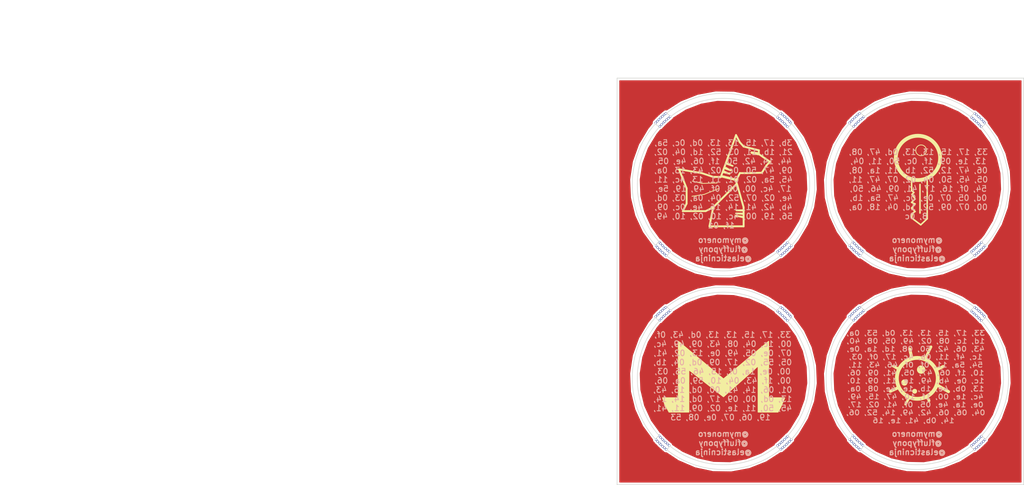
<source format=kicad_pcb>
(kicad_pcb (version 4) (host pcbnew 4.0.6+dfsg1-1)

  (general
    (links 0)
    (no_connects 0)
    (area 46.924999 41.924999 154.075001 149.075001)
    (thickness 1.6)
    (drawings 308)
    (tracks 224)
    (zones 0)
    (modules 0)
    (nets 1)
  )

  (page A4)
  (layers
    (0 F.Cu signal hide)
    (31 B.Cu signal)
    (32 B.Adhes user)
    (33 F.Adhes user hide)
    (34 B.Paste user)
    (35 F.Paste user)
    (36 B.SilkS user)
    (37 F.SilkS user)
    (38 B.Mask user)
    (39 F.Mask user)
    (40 Dwgs.User user hide)
    (41 Cmts.User user)
    (42 Eco1.User user)
    (43 Eco2.User user)
    (44 Edge.Cuts user)
    (45 Margin user)
    (46 B.CrtYd user)
    (47 F.CrtYd user)
    (48 B.Fab user)
    (49 F.Fab user)
  )

  (setup
    (last_trace_width 0.25)
    (trace_clearance 0.2)
    (zone_clearance 0.508)
    (zone_45_only no)
    (trace_min 0.2)
    (segment_width 0.2)
    (edge_width 0.15)
    (via_size 0.6)
    (via_drill 0.4)
    (via_min_size 0.4)
    (via_min_drill 0.3)
    (uvia_size 0.3)
    (uvia_drill 0.1)
    (uvias_allowed no)
    (uvia_min_size 0.2)
    (uvia_min_drill 0.1)
    (pcb_text_width 0.3)
    (pcb_text_size 1.5 1.5)
    (mod_edge_width 0.15)
    (mod_text_size 1 1)
    (mod_text_width 0.15)
    (pad_size 1.524 1.524)
    (pad_drill 0.762)
    (pad_to_mask_clearance 0.2)
    (aux_axis_origin 0 0)
    (visible_elements FFFFFFFF)
    (pcbplotparams
      (layerselection 0x00030_80000001)
      (usegerberextensions false)
      (excludeedgelayer true)
      (linewidth 0.100000)
      (plotframeref false)
      (viasonmask false)
      (mode 1)
      (useauxorigin false)
      (hpglpennumber 1)
      (hpglpenspeed 20)
      (hpglpendiameter 15)
      (hpglpenoverlay 2)
      (psnegative false)
      (psa4output false)
      (plotreference true)
      (plotvalue true)
      (plotinvisibletext false)
      (padsonsilk false)
      (subtractmaskfromsilk false)
      (outputformat 1)
      (mirror false)
      (drillshape 1)
      (scaleselection 1)
      (outputdirectory ""))
  )

  (net 0 "")

  (net_class Default "This is the default net class."
    (clearance 0.2)
    (trace_width 0.25)
    (via_dia 0.6)
    (via_drill 0.4)
    (uvia_dia 0.3)
    (uvia_drill 0.1)
  )

  (gr_text "33, 17, 15, 13, 13, 0d, 53, 0a, \n1d, 1c, 08, 02, 49, 05, 08, 40, \n43, 06, 42, 50, 08, 1d, 1a, 0e, \n1c, 4f, 11, 0b, 4c, 17, 0f, 03, \n54, 5a, 11, 0f, 0f, 46, 43, 11, \n10, 1f, 06, 47, 05, 41, 09, 06, \n1c, 0e, 4b, 49, 1e, 11, 09, 10, \n13, 0b, 4e, 1b, 1e, 4e, 08, 0a, \n4c, 1e, 00, 1f, 10, 47, 15, 49, \n0e, 1a, 4e, 05, 0f, 41, 02, 17, \n04, 06, 06, 42, 49, 14, 52, 06, \n14, 0b, 41, 1e, 16" (at 125 120.6) (layer B.SilkS) (tstamp 5B3A6A56)
    (effects (font (size 1.3 1.5) (thickness 0.25)) (justify mirror))
  )
  (gr_text "33, 17, 15, 13, 13, 0d, 43, 0f, \n00, 1c, 04, 08, 43, 09, 49, 4c, \n07, 0e, 05, 49, 0e, 13, 02, 41, \n05, 55, 02, 17, 09, 0d, 04, 1b, \n00, 0e, 1a, 0f, 15, 46, 55, 03, \n00, 1f, 43, 04, 10, 59, 0a, 06, \n01, 06, 14, 41, 00, 0d, 15, 43, \n13, 0d, 00, 09, 17, 0d, 14, 14, \n45, 50, 11, 1e, 02, 09, 11, 41, \n19, 06, 07, 0e, 08, 53" (at 74.2 120.4) (layer B.SilkS) (tstamp 5B3A6A42)
    (effects (font (size 1.5 1.5) (thickness 0.25)) (justify mirror))
  )
  (gr_text "33, 17, 15, 13, 13, 0d, 47, 08, \n13, 1e, 09, 1f, 0c, 50, 11, 04, \n06, 47, 12, 52, 1b, 11, 1a, 08, \n05, 45, 50, 04, 02, 07, 47, 11, \n54, 0f, 16, 17, 41, 09, 46, 50, \n0d, 05, 07, 0e, 0c, 47, 5a, 1b, \n00, 07, 09, 52, 1d, 04, 18, 0a, \n8, 0c" (at 125.7 69.9) (layer B.SilkS) (tstamp 5B3A6A35)
    (effects (font (size 1.5 1.5) (thickness 0.25)) (justify mirror))
  )
  (gr_line (start 63.3 66) (end 69.3 67) (layer F.SilkS) (width 0.5))
  (gr_text "@mymonero\n@fluffypony\n@elasticninja" (at 126 87) (layer B.SilkS) (tstamp 5B3A513B)
    (effects (font (size 1.5 1.5) (thickness 0.3)) (justify mirror))
  )
  (gr_text "@mymonero\n@fluffypony\n@elasticninja" (at 126 138) (layer B.SilkS) (tstamp 5B3A5133)
    (effects (font (size 1.5 1.5) (thickness 0.3)) (justify mirror))
  )
  (gr_text "@mymonero\n@fluffypony\n@elasticninja" (at 75 138) (layer B.SilkS) (tstamp 5B3A512C)
    (effects (font (size 1.5 1.5) (thickness 0.3)) (justify mirror))
  )
  (gr_text "@mymonero\n@fluffypony\n@elasticninja" (at 75 87) (layer B.SilkS)
    (effects (font (size 1.5 1.5) (thickness 0.3)) (justify mirror))
  )
  (gr_text "3b, 17, 15, 13, 13, 0d, 0c, 5a, \n21, 1b, 11, 03, 52, 1d, 04, 02, \n44, 14, 42, 50, 1f, 06, 4e, 05, \n09, 47, 50, 0c, 02, 43, 13, 0a, \n45, 5a, 02, 01, 11, 13, 4c, 11, \n17, 4c, 00, 08, 0f, 49, 19, 5e, \n4e, 02, 07, 52, 04, 0a, 03, 0d, \n4b, 42, 41, 14, 16, 4e, 0c, 09, \n56, 19, 00, 4c, 10, 02, 10, 49, \n1f, 01" (at 74.4 69.9) (layer B.SilkS)
    (effects (font (size 1.5 1.5) (thickness 0.25)) (justify mirror))
  )
  (gr_line (start 124.7 77.6) (end 124.5 78.8) (layer F.SilkS) (width 0.4))
  (gr_line (start 125.4 77.1) (end 124.7 77.6) (layer F.SilkS) (width 0.4))
  (gr_line (start 124.5 76.2) (end 125.4 77.1) (layer F.SilkS) (width 0.4))
  (gr_line (start 125.4 75.1) (end 124.5 76.2) (layer F.SilkS) (width 0.4))
  (gr_line (start 124.5 74.7) (end 125.4 75.1) (layer F.SilkS) (width 0.4))
  (gr_circle (center 125.3 124.4) (end 125.8 124.6) (layer F.SilkS) (width 0.2))
  (gr_circle (center 122.6 122.1) (end 123.2 122.5) (layer F.SilkS) (width 0.2))
  (gr_circle (center 127 118.7) (end 127.8 119.3) (layer F.SilkS) (width 0.2))
  (gr_line (start 130.9 118.8) (end 132.8 117.9) (layer F.SilkS) (width 0.8))
  (gr_line (start 131.1 122.7) (end 134.2 124.5) (layer F.SilkS) (width 0.8))
  (gr_line (start 128.5 125.8) (end 129.1 126.9) (layer F.SilkS) (width 0.7))
  (gr_line (start 123.9 126) (end 122.9 127.8) (layer F.SilkS) (width 0.65))
  (gr_line (start 121.1 123.4) (end 118.9 124.4) (layer F.SilkS) (width 0.8))
  (gr_line (start 121.2 118.6) (end 119.7 117.8) (layer F.SilkS) (width 0.7))
  (gr_line (start 124.6 115.8) (end 124 113.3) (layer F.SilkS) (width 0.8))
  (gr_line (start 128 116) (end 129.6 112.7) (layer F.SilkS) (width 0.7))
  (gr_circle (center 126 121) (end 131 119) (layer F.SilkS) (width 1))
  (gr_line (start 126.7 70) (end 126.7 77.5) (layer F.SilkS) (width 0.4))
  (gr_line (start 128.6 79) (end 128.6 68.3) (layer F.SilkS) (width 0.4))
  (gr_line (start 126.9 80.6) (end 128.6 79) (layer F.SilkS) (width 0.4))
  (gr_line (start 124.5 78.8) (end 126.9 80.6) (layer F.SilkS) (width 0.4))
  (gr_line (start 125.4 73.8) (end 124.5 74.7) (layer F.SilkS) (width 0.4))
  (gr_line (start 124.6 72.6) (end 125.4 73.8) (layer F.SilkS) (width 0.4))
  (gr_line (start 125.1 72.1) (end 124.6 72.6) (layer F.SilkS) (width 0.4))
  (gr_line (start 124.5 71.6) (end 125.1 72.1) (layer F.SilkS) (width 0.4))
  (gr_line (start 124.5 68.7) (end 124.5 71.6) (layer F.SilkS) (width 0.4))
  (gr_circle (center 127 61) (end 128 62) (layer F.SilkS) (width 0.2))
  (gr_circle (center 126.169049 63) (end 131.169049 66) (layer F.SilkS) (width 1))
  (gr_line (start 82.4 61.6) (end 84.1 61.8) (layer F.SilkS) (width 0.6))
  (gr_line (start 78.3 78.2) (end 80.3 78.7) (layer F.SilkS) (width 0.4))
  (gr_line (start 80.3 78.5) (end 78.3 78.2) (layer F.SilkS) (width 0.4))
  (gr_line (start 78.3 77.6) (end 80.2 77.8) (layer F.SilkS) (width 0.4))
  (gr_line (start 80.3 77.6) (end 78.3 77.6) (layer F.SilkS) (width 0.4))
  (gr_line (start 78.4 76.8) (end 80.3 76.9) (layer F.SilkS) (width 0.4))
  (gr_line (start 80.3 76.7) (end 78.4 76.8) (layer F.SilkS) (width 0.4))
  (gr_line (start 76.6 67.2) (end 75 66.8) (layer F.SilkS) (width 0.4))
  (gr_line (start 75.1 66.5) (end 76.6 67.2) (layer F.SilkS) (width 0.4))
  (gr_line (start 76.9 66.3) (end 75.4 65.8) (layer F.SilkS) (width 0.4))
  (gr_line (start 75.5 65.5) (end 76.9 66.3) (layer F.SilkS) (width 0.4))
  (gr_line (start 77.4 65.1) (end 75.9 64.6) (layer F.SilkS) (width 0.4))
  (gr_line (start 75.9 64.4) (end 77.4 65.1) (layer F.SilkS) (width 0.4))
  (gr_line (start 84.1 62) (end 82.4 61.6) (layer F.SilkS) (width 0.6))
  (gr_line (start 79.3 67) (end 78.3 69) (layer F.SilkS) (width 0.5))
  (gr_line (start 81.2 67) (end 79.3 67) (layer F.SilkS) (width 0.5))
  (gr_line (start 85.1 66.9) (end 81.2 67) (layer F.SilkS) (width 0.5))
  (gr_line (start 86.3 65) (end 85.1 66.9) (layer F.SilkS) (width 0.5))
  (gr_line (start 87.2 64) (end 86.3 65) (layer F.SilkS) (width 0.5))
  (gr_line (start 84.3 62) (end 87.2 64) (layer F.SilkS) (width 0.5))
  (gr_line (start 84.3 61) (end 84.3 62) (layer F.SilkS) (width 0.5))
  (gr_line (start 80.3 60) (end 84.3 61) (layer F.SilkS) (width 0.5))
  (gr_line (start 79.3 58.9) (end 80.3 60) (layer F.SilkS) (width 0.5))
  (gr_line (start 78.3 57) (end 79.3 58.9) (layer F.SilkS) (width 0.5))
  (gr_line (start 74.3 68) (end 78.3 57) (layer F.SilkS) (width 0.5))
  (gr_line (start 69.9 72.6) (end 66.7 73.1) (layer F.SilkS) (width 0.2))
  (gr_line (start 73.9 71) (end 69.9 72.6) (layer F.SilkS) (width 0.2))
  (gr_line (start 69.3 69.7) (end 66.8 69.1) (layer F.SilkS) (width 0.2))
  (gr_line (start 73.3 69.6) (end 69.3 69.7) (layer F.SilkS) (width 0.2))
  (gr_line (start 78.3 70) (end 78.3 69) (layer F.SilkS) (width 0.2))
  (gr_line (start 76.3 72) (end 78.3 70) (layer F.SilkS) (width 0.5))
  (gr_line (start 72.3 76) (end 76.3 72) (layer F.SilkS) (width 0.5))
  (gr_line (start 65.3 71) (end 63.3 66) (layer F.SilkS) (width 0.5))
  (gr_line (start 65.3 75) (end 65.3 71) (layer F.SilkS) (width 0.5))
  (gr_line (start 64.3 77) (end 65.3 75) (layer F.SilkS) (width 0.5))
  (gr_line (start 70.3 77) (end 64.3 77) (layer F.SilkS) (width 0.5))
  (gr_line (start 72.3 76) (end 70.3 77) (layer F.SilkS) (width 0.5))
  (gr_line (start 71.3 81) (end 72.3 76) (layer F.SilkS) (width 0.5))
  (gr_line (start 80.3 81) (end 71.3 81) (layer F.SilkS) (width 0.5))
  (gr_line (start 80.3 76) (end 80.3 81) (layer F.SilkS) (width 0.5))
  (gr_line (start 78.3 69) (end 80.3 76) (layer F.SilkS) (width 0.5))
  (gr_line (start 74.3 68) (end 78.3 69) (layer F.SilkS) (width 0.2))
  (gr_line (start 72.3 68) (end 74.3 68) (layer F.SilkS) (width 0.5))
  (gr_line (start 69.3 67) (end 72.3 68) (layer F.SilkS) (width 0.5))
  (gr_arc (start 126 121) (end 112.1 103.1) (angle 76.01628546) (layer Edge.Cuts) (width 0.15) (tstamp 5B3A21DA))
  (gr_arc (start 126 121) (end 111.1 102.2) (angle 76.79739258) (layer Edge.Cuts) (width 0.15) (tstamp 5B3A21D9))
  (gr_line (start 111.1 102.2) (end 112.1 103.1) (layer Edge.Cuts) (width 0.15) (tstamp 5B3A21D8))
  (gr_line (start 140.9 102.2) (end 140 103.2) (layer Edge.Cuts) (width 0.15) (tstamp 5B3A21D7))
  (gr_arc (start 126 121) (end 143 106) (angle 83.05720538) (layer Edge.Cuts) (width 0.15) (tstamp 5B3A21D6))
  (gr_line (start 142.94 136.07) (end 143.9 137) (layer Edge.Cuts) (width 0.15) (tstamp 5B3A21D5))
  (gr_line (start 140 138.9) (end 140.9 139.8) (layer Edge.Cuts) (width 0.15) (tstamp 5B3A21D4))
  (gr_arc (start 126 121) (end 143.9 105) (angle 83.58417642) (layer Edge.Cuts) (width 0.15) (tstamp 5B3A21D3))
  (gr_line (start 143.9 105) (end 143 106) (layer Edge.Cuts) (width 0.15) (tstamp 5B3A21D2))
  (gr_arc (start 126 121) (end 140.9 139.8) (angle 76.79739258) (layer Edge.Cuts) (width 0.15) (tstamp 5B3A21D1))
  (gr_line (start 89 138.9) (end 89.9 139.8) (layer Edge.Cuts) (width 0.15) (tstamp 5B3A21D0))
  (gr_line (start 91.94 136.07) (end 92.9 137) (layer Edge.Cuts) (width 0.15) (tstamp 5B3A21CF))
  (gr_arc (start 75 121) (end 89 138.9) (angle 76.41374704) (layer Edge.Cuts) (width 0.15) (tstamp 5B3A21CE))
  (gr_arc (start 126 121) (end 140 138.9) (angle 76.41374704) (layer Edge.Cuts) (width 0.15) (tstamp 5B3A21CD))
  (gr_line (start 111.1 139.8) (end 111.9 138.8) (layer Edge.Cuts) (width 0.15) (tstamp 5B3A21CC))
  (gr_arc (start 126 121) (end 109 136) (angle 83.05720537) (layer Edge.Cuts) (width 0.15) (tstamp 5B3A21CB))
  (gr_line (start 108.1 137) (end 109 136) (layer Edge.Cuts) (width 0.15) (tstamp 5B3A21CA))
  (gr_line (start 108.1 105) (end 109.05 105.94) (layer Edge.Cuts) (width 0.15) (tstamp 5B3A21C9))
  (gr_arc (start 126 121) (end 108.1 137) (angle 83.58417642) (layer Edge.Cuts) (width 0.15) (tstamp 5B3A21C8))
  (gr_arc (start 75 121) (end 89.9 139.8) (angle 76.79739258) (layer Edge.Cuts) (width 0.15) (tstamp 5B3A21C7))
  (gr_line (start 57.1 105) (end 58.05 105.94) (layer Edge.Cuts) (width 0.15) (tstamp 5B3A21C6))
  (gr_arc (start 75 121) (end 60.1 102.2) (angle 76.79739258) (layer Edge.Cuts) (width 0.15) (tstamp 5B3A21C5))
  (gr_arc (start 75 121) (end 61.1 103.1) (angle 76.01628546) (layer Edge.Cuts) (width 0.15) (tstamp 5B3A21C4))
  (gr_line (start 60.1 102.2) (end 61.1 103.1) (layer Edge.Cuts) (width 0.15) (tstamp 5B3A21C3))
  (gr_arc (start 75 121) (end 57.1 137) (angle 83.58417642) (layer Edge.Cuts) (width 0.15) (tstamp 5B3A21C2))
  (gr_line (start 60.1 139.8) (end 60.9 138.8) (layer Edge.Cuts) (width 0.15) (tstamp 5B3A21C1))
  (gr_line (start 57.1 137) (end 58 136) (layer Edge.Cuts) (width 0.15) (tstamp 5B3A21C0))
  (gr_arc (start 75 121) (end 58 136) (angle 83.05720537) (layer Edge.Cuts) (width 0.15) (tstamp 5B3A21BF))
  (gr_arc (start 75 121) (end 92.9 105) (angle 83.58417642) (layer Edge.Cuts) (width 0.15) (tstamp 5B3A21BE))
  (gr_line (start 92.9 105) (end 92 106) (layer Edge.Cuts) (width 0.15) (tstamp 5B3A21BD))
  (gr_line (start 89.9 102.2) (end 89 103.2) (layer Edge.Cuts) (width 0.15) (tstamp 5B3A21BC))
  (gr_arc (start 75 121) (end 92 106) (angle 83.05720538) (layer Edge.Cuts) (width 0.15) (tstamp 5B3A21BB))
  (gr_line (start 143 121) (end 126 104) (layer Dwgs.User) (width 0.2) (tstamp 5B3A2148))
  (gr_line (start 109 121) (end 126 104) (layer Dwgs.User) (width 0.2) (tstamp 5B3A2147))
  (gr_line (start 109 121) (end 143 121) (layer Dwgs.User) (width 0.2) (tstamp 5B3A2146))
  (gr_line (start 126 138) (end 109 121) (layer Dwgs.User) (width 0.2) (tstamp 5B3A2145))
  (gr_line (start 126 104) (end 126 138) (layer Dwgs.User) (width 0.2) (tstamp 5B3A2144))
  (gr_circle (center 126 121) (end 143 121) (layer Dwgs.User) (width 0.2) (tstamp 5B3A2143))
  (gr_line (start 109 104) (end 143 138) (layer Dwgs.User) (width 0.2) (tstamp 5B3A2142))
  (gr_line (start 143 121) (end 126 138) (layer Dwgs.User) (width 0.2) (tstamp 5B3A2141))
  (gr_line (start 109 138) (end 143 104) (layer Dwgs.User) (width 0.2) (tstamp 5B3A2140))
  (dimension 45.308609 (width 0.3) (layer Dwgs.User) (tstamp 5B3A213E)
    (gr_text "45.309 mm" (at 81.25 121.045695 270) (layer Dwgs.User) (tstamp 5B3A213F)
      (effects (font (size 1.5 1.5) (thickness 0.3)))
    )
    (feature1 (pts (xy 75 143.7) (xy 82.6 143.7)))
    (feature2 (pts (xy 75 98.391391) (xy 82.6 98.391391)))
    (crossbar (pts (xy 79.9 98.391391) (xy 79.9 143.7)))
    (arrow1a (pts (xy 79.9 143.7) (xy 79.313579 142.573496)))
    (arrow1b (pts (xy 79.9 143.7) (xy 80.486421 142.573496)))
    (arrow2a (pts (xy 79.9 98.391391) (xy 79.313579 99.517895)))
    (arrow2b (pts (xy 79.9 98.391391) (xy 80.486421 99.517895)))
  )
  (gr_circle (center 75 121) (end 95 121) (layer Dwgs.User) (width 0.2) (tstamp 5B3A213D))
  (gr_circle (center 75 121) (end 97.7 121) (layer Dwgs.User) (width 0.2) (tstamp 5B3A213C))
  (gr_circle (center 75 121) (end 99 121) (layer Dwgs.User) (width 0.2) (tstamp 5B3A213B))
  (gr_line (start 58 121) (end 75 104) (layer Dwgs.User) (width 0.2) (tstamp 5B3A213A))
  (gr_line (start 58 121) (end 92 121) (layer Dwgs.User) (width 0.2) (tstamp 5B3A2139))
  (gr_line (start 92 121) (end 75 104) (layer Dwgs.User) (width 0.2) (tstamp 5B3A2138))
  (gr_line (start 75 104) (end 75 138) (layer Dwgs.User) (width 0.2) (tstamp 5B3A2137))
  (gr_circle (center 126 121) (end 150 121) (layer Dwgs.User) (width 0.2) (tstamp 5B3A2136))
  (gr_line (start 143 106) (end 144 105) (layer Dwgs.User) (width 0.2) (tstamp 5B3A2135))
  (gr_circle (center 126 121) (end 148.7 121) (layer Dwgs.User) (width 0.2) (tstamp 5B3A2134))
  (gr_circle (center 126 121) (end 146 121) (layer Dwgs.User) (width 0.2) (tstamp 5B3A2133))
  (gr_line (start 92 106) (end 93 105) (layer Dwgs.User) (width 0.2) (tstamp 5B3A2132))
  (dimension 45.308609 (width 0.3) (layer Dwgs.User) (tstamp 5B3A2130)
    (gr_text "45.309 mm" (at 132.25 121.045695 270) (layer Dwgs.User) (tstamp 5B3A2131)
      (effects (font (size 1.5 1.5) (thickness 0.3)))
    )
    (feature1 (pts (xy 126 143.7) (xy 133.6 143.7)))
    (feature2 (pts (xy 126 98.391391) (xy 133.6 98.391391)))
    (crossbar (pts (xy 130.9 98.391391) (xy 130.9 143.7)))
    (arrow1a (pts (xy 130.9 143.7) (xy 130.313579 142.573496)))
    (arrow1b (pts (xy 130.9 143.7) (xy 131.486421 142.573496)))
    (arrow2a (pts (xy 130.9 98.391391) (xy 130.313579 99.517895)))
    (arrow2b (pts (xy 130.9 98.391391) (xy 131.486421 99.517895)))
  )
  (gr_line (start 92 121) (end 75 138) (layer Dwgs.User) (width 0.2) (tstamp 5B3A212F))
  (gr_line (start 58 138) (end 92 104) (layer Dwgs.User) (width 0.2) (tstamp 5B3A212E))
  (gr_line (start 58 104) (end 92 138) (layer Dwgs.User) (width 0.2) (tstamp 5B3A212D))
  (gr_line (start 75 138) (end 58 121) (layer Dwgs.User) (width 0.2) (tstamp 5B3A212C))
  (gr_circle (center 75 121) (end 92 121) (layer Dwgs.User) (width 0.2) (tstamp 5B3A212B))
  (gr_text 62 (at 55.4 121 90) (layer F.Mask) (tstamp 5B3A212A)
    (effects (font (size 3.5 2.5) (thickness 0.6)))
  )
  (gr_text 63 (at 58 130.9 120) (layer F.Mask) (tstamp 5B3A2129)
    (effects (font (size 2.5 2.5) (thickness 0.6)))
  )
  (gr_text 20 (at 55.8 115.6 70) (layer F.Mask) (tstamp 5B3A2128)
    (effects (font (size 2.5 2.5) (thickness 0.6)))
  )
  (gr_text 67 (at 55.9 126.1 105) (layer F.Mask) (tstamp 5B3A2127)
    (effects (font (size 2.5 2.5) (thickness 0.6)))
  )
  (gr_text 70 (at 75 101.3) (layer F.Mask) (tstamp 5B3A2126)
    (effects (font (size 3.5 2.5) (thickness 0.6)))
  )
  (gr_text 6e (at 65.1 103.9 32) (layer F.Mask) (tstamp 5B3A2125)
    (effects (font (size 2.5 2.5) (thickness 0.6)))
  )
  (gr_text 7a (at 58 110.8 60) (layer F.Mask) (tstamp 5B3A2124)
    (effects (font (size 2.5 2.5) (thickness 0.6)))
  )
  (gr_text 72 (at 61.1 107.1 45) (layer F.Mask) (tstamp 5B3A2123)
    (effects (font (size 3.5 2.5) (thickness 0.6)))
  )
  (gr_text ^ (at 70.8 103.5 20) (layer F.Mask) (tstamp 5B3A2122)
    (effects (font (size 4 4) (thickness 0.6)))
  )
  (gr_text 65 (at 65.1 138.1 150) (layer F.Mask) (tstamp 5B3A2121)
    (effects (font (size 2.5 2.5) (thickness 0.6)))
  )
  (gr_text 20 (at 75 140.7 180) (layer F.Mask) (tstamp 5B3A2120)
    (effects (font (size 3.5 2.5) (thickness 0.6)))
  )
  (gr_text 61 (at 84.9 138.1 210) (layer F.Mask) (tstamp 5B3A211F)
    (effects (font (size 2.5 2.5) (thickness 0.6)))
  )
  (gr_text 70 (at 70 140.2 165) (layer F.Mask) (tstamp 5B3A211E)
    (effects (font (size 2.5 2.5) (thickness 0.6)))
  )
  (gr_text 6c (at 61.2 135 135) (layer F.Mask) (tstamp 5B3A211D)
    (effects (font (size 3.5 2.5) (thickness 0.6)))
  )
  (gr_text 66 (at 80.1 140.1 195) (layer F.Mask) (tstamp 5B3A211C)
    (effects (font (size 2.5 2.5) (thickness 0.6)))
  )
  (gr_text 6c (at 85 103.9 330) (layer F.Mask) (tstamp 5B3A211B)
    (effects (font (size 2.5 2.5) (thickness 0.6)))
  )
  (gr_text 62 (at 94.1 115.7 290) (layer F.Mask) (tstamp 5B3A211A)
    (effects (font (size 2.5 2.5) (thickness 0.6)))
  )
  (gr_text 65 (at 80.5 102 345) (layer F.Mask) (tstamp 5B3A2119)
    (effects (font (size 2.5 2.5) (thickness 0.6)))
  )
  (gr_text 63 (at 88.8 107.1 315) (layer F.Mask) (tstamp 5B3A2118)
    (effects (font (size 3.5 2.5) (thickness 0.6)))
  )
  (gr_text 67 (at 92.2 111.2 300) (layer F.Mask) (tstamp 5B3A2117)
    (effects (font (size 2.5 2.5) (thickness 0.6)))
  )
  (gr_text 61 (at 135.9 138.1 210) (layer F.Mask) (tstamp 5B3A2116)
    (effects (font (size 2.5 2.5) (thickness 0.6)))
  )
  (gr_text 7a (at 145.1 126.2 255) (layer F.Mask) (tstamp 5B3A2115)
    (effects (font (size 2.5 2.5) (thickness 0.6)))
  )
  (gr_text 72 (at 143 131 240) (layer F.Mask) (tstamp 5B3A2114)
    (effects (font (size 2.5 2.5) (thickness 0.6)))
  )
  (gr_text 20 (at 145.8 121 270) (layer F.Mask) (tstamp 5B3A2113)
    (effects (font (size 3.5 2.5) (thickness 0.6)))
  )
  (gr_text 6e (at 139.9 134.8 225) (layer F.Mask) (tstamp 5B3A2112)
    (effects (font (size 3.5 2.5) (thickness 0.6)))
  )
  (gr_text 62 (at 145.1 115.7 290) (layer F.Mask) (tstamp 5B3A2111)
    (effects (font (size 2.5 2.5) (thickness 0.6)))
  )
  (gr_text 65 (at 131.5 102 345) (layer F.Mask) (tstamp 5B3A2110)
    (effects (font (size 2.5 2.5) (thickness 0.6)))
  )
  (gr_text 63 (at 139.8 107.1 315) (layer F.Mask) (tstamp 5B3A210F)
    (effects (font (size 3.5 2.5) (thickness 0.6)))
  )
  (gr_text 67 (at 143.2 111.2 300) (layer F.Mask) (tstamp 5B3A210E)
    (effects (font (size 2.5 2.5) (thickness 0.6)))
  )
  (gr_text 6c (at 136 103.9 330) (layer F.Mask) (tstamp 5B3A210D)
    (effects (font (size 2.5 2.5) (thickness 0.6)))
  )
  (gr_text 67 (at 106.9 126.1 105) (layer F.Mask) (tstamp 5B3A210C)
    (effects (font (size 2.5 2.5) (thickness 0.6)))
  )
  (gr_text 63 (at 109 130.9 120) (layer F.Mask) (tstamp 5B3A210B)
    (effects (font (size 2.5 2.5) (thickness 0.6)))
  )
  (gr_text 6c (at 112.2 135 135) (layer F.Mask) (tstamp 5B3A210A)
    (effects (font (size 3.5 2.5) (thickness 0.6)))
  )
  (gr_text 62 (at 106.4 121 90) (layer F.Mask) (tstamp 5B3A2109)
    (effects (font (size 3.5 2.5) (thickness 0.6)))
  )
  (gr_text 7a (at 94.1 126.2 255) (layer F.Mask) (tstamp 5B3A2108)
    (effects (font (size 2.5 2.5) (thickness 0.6)))
  )
  (gr_text 72 (at 92 131 240) (layer F.Mask) (tstamp 5B3A2107)
    (effects (font (size 2.5 2.5) (thickness 0.6)))
  )
  (gr_text 20 (at 94.8 121 270) (layer F.Mask) (tstamp 5B3A2106)
    (effects (font (size 3.5 2.5) (thickness 0.6)))
  )
  (gr_text 6e (at 88.9 134.8 225) (layer F.Mask) (tstamp 5B3A2105)
    (effects (font (size 3.5 2.5) (thickness 0.6)))
  )
  (gr_text 72 (at 112.1 107.1 45) (layer F.Mask) (tstamp 5B3A2104)
    (effects (font (size 3.5 2.5) (thickness 0.6)))
  )
  (gr_text ^ (at 121.7 103.6 20) (layer F.Mask) (tstamp 5B3A2103)
    (effects (font (size 4 4) (thickness 0.6)))
  )
  (gr_text 7a (at 109 110.8 60) (layer F.Mask) (tstamp 5B3A2102)
    (effects (font (size 2.5 2.5) (thickness 0.6)))
  )
  (gr_text 70 (at 126 101.3) (layer F.Mask) (tstamp 5B3A2101)
    (effects (font (size 3.5 2.5) (thickness 0.6)))
  )
  (gr_text 20 (at 106.8 115.6 70) (layer F.Mask) (tstamp 5B3A2100)
    (effects (font (size 2.5 2.5) (thickness 0.6)))
  )
  (gr_text 6e (at 116.1 103.9 32) (layer F.Mask) (tstamp 5B3A20FF)
    (effects (font (size 2.5 2.5) (thickness 0.6)))
  )
  (gr_text 66 (at 131.1 140.1 195) (layer F.Mask) (tstamp 5B3A20FE)
    (effects (font (size 2.5 2.5) (thickness 0.6)))
  )
  (gr_text 70 (at 121 140.2 165) (layer F.Mask) (tstamp 5B3A20FD)
    (effects (font (size 2.5 2.5) (thickness 0.6)))
  )
  (gr_text 65 (at 116.1 138.1 150) (layer F.Mask) (tstamp 5B3A20FC)
    (effects (font (size 2.5 2.5) (thickness 0.6)))
  )
  (gr_text 20 (at 126 140.7 180) (layer F.Mask) (tstamp 5B3A20FB)
    (effects (font (size 3.5 2.5) (thickness 0.6)))
  )
  (gr_text "Krypto, Superman's pet dog in the popular comic, cartoon, and movie series" (at -59 75) (layer F.Mask)
    (effects (font (size 1.5 1.5) (thickness 0.3)))
  )
  (gr_text "Cryptosporidium, a protozoan that can cause gastro-intestinal illness with diarrhea in humans" (at -60 68) (layer F.Mask)
    (effects (font (size 1.5 1.5) (thickness 0.3)))
  )
  (gr_text "Cryptocurrency, digital currency that uses cryptography to secure transactions" (at -64 62) (layer F.Mask)
    (effects (font (size 1.5 1.5) (thickness 0.3)))
  )
  (gr_text "Cryptography, the practice and study of hiding information" (at -72 57) (layer F.Mask)
    (effects (font (size 1.5 1.5) (thickness 0.3)))
  )
  (gr_text 66 (at 131.1 89.1 195) (layer F.Mask) (tstamp 5B3A1A86)
    (effects (font (size 2.5 2.5) (thickness 0.6)))
  )
  (gr_text 6e (at 139.9 83.8 225) (layer F.Mask) (tstamp 5B3A1A85)
    (effects (font (size 3.5 2.5) (thickness 0.6)))
  )
  (gr_text 72 (at 143 80 240) (layer F.Mask) (tstamp 5B3A1A84)
    (effects (font (size 2.5 2.5) (thickness 0.6)))
  )
  (gr_text 20 (at 126 89.7 180) (layer F.Mask) (tstamp 5B3A1A83)
    (effects (font (size 3.5 2.5) (thickness 0.6)))
  )
  (gr_text 61 (at 135.9 87.1 210) (layer F.Mask) (tstamp 5B3A1A82)
    (effects (font (size 2.5 2.5) (thickness 0.6)))
  )
  (gr_text 67 (at 106.9 75.1 105) (layer F.Mask) (tstamp 5B3A1A81)
    (effects (font (size 2.5 2.5) (thickness 0.6)))
  )
  (gr_text 62 (at 106.4 70 90) (layer F.Mask) (tstamp 5B3A1A80)
    (effects (font (size 3.5 2.5) (thickness 0.6)))
  )
  (gr_text 65 (at 116.1 87.1 150) (layer F.Mask) (tstamp 5B3A1A7F)
    (effects (font (size 2.5 2.5) (thickness 0.6)))
  )
  (gr_text 6c (at 112.2 84 135) (layer F.Mask) (tstamp 5B3A1A7E)
    (effects (font (size 3.5 2.5) (thickness 0.6)))
  )
  (gr_text 70 (at 121 89.2 165) (layer F.Mask) (tstamp 5B3A1A7D)
    (effects (font (size 2.5 2.5) (thickness 0.6)))
  )
  (gr_text 63 (at 109 79.9 120) (layer F.Mask) (tstamp 5B3A1A7C)
    (effects (font (size 2.5 2.5) (thickness 0.6)))
  )
  (gr_text ^ (at 121.5 52.7 20) (layer F.Mask) (tstamp 5B3A1A7B)
    (effects (font (size 4 4) (thickness 0.6)))
  )
  (gr_text 20 (at 106.8 64.6 70) (layer F.Mask) (tstamp 5B3A1A7A)
    (effects (font (size 2.5 2.5) (thickness 0.6)))
  )
  (gr_text 7a (at 109 59.8 60) (layer F.Mask) (tstamp 5B3A1A79)
    (effects (font (size 2.5 2.5) (thickness 0.6)))
  )
  (gr_text 72 (at 112.1 56.1 45) (layer F.Mask) (tstamp 5B3A1A78)
    (effects (font (size 3.5 2.5) (thickness 0.6)))
  )
  (gr_text 6e (at 116.1 52.9 32) (layer F.Mask) (tstamp 5B3A1A77)
    (effects (font (size 2.5 2.5) (thickness 0.6)))
  )
  (gr_text 6c (at 136 52.9 330) (layer F.Mask) (tstamp 5B3A1A76)
    (effects (font (size 2.5 2.5) (thickness 0.6)))
  )
  (gr_text 65 (at 131.5 51 345) (layer F.Mask) (tstamp 5B3A1A75)
    (effects (font (size 2.5 2.5) (thickness 0.6)))
  )
  (gr_text 63 (at 139.8 56.1 315) (layer F.Mask) (tstamp 5B3A1A74)
    (effects (font (size 3.5 2.5) (thickness 0.6)))
  )
  (gr_text 67 (at 143.2 60.2 300) (layer F.Mask) (tstamp 5B3A1A73)
    (effects (font (size 2.5 2.5) (thickness 0.6)))
  )
  (gr_text 7a (at 145.1 75.2 255) (layer F.Mask) (tstamp 5B3A1A72)
    (effects (font (size 2.5 2.5) (thickness 0.6)))
  )
  (gr_text 20 (at 145.8 70 270) (layer F.Mask) (tstamp 5B3A1A71)
    (effects (font (size 3.5 2.5) (thickness 0.6)))
  )
  (gr_text 62 (at 145.1 64.7 290) (layer F.Mask) (tstamp 5B3A1A70)
    (effects (font (size 2.5 2.5) (thickness 0.6)))
  )
  (gr_text 70 (at 126 50.3) (layer F.Mask) (tstamp 5B3A1A6F)
    (effects (font (size 3.5 2.5) (thickness 0.6)))
  )
  (gr_arc (start 126 70) (end 140.9 88.8) (angle 76.79739258) (layer Edge.Cuts) (width 0.15) (tstamp 5B3A1A36))
  (gr_arc (start 126 70) (end 140 87.9) (angle 76.41374704) (layer Edge.Cuts) (width 0.15) (tstamp 5B3A1A35))
  (gr_line (start 111.1 51.2) (end 112.1 52.1) (layer Edge.Cuts) (width 0.15) (tstamp 5B3A1A34))
  (gr_line (start 108.1 54) (end 109.05 54.94) (layer Edge.Cuts) (width 0.15) (tstamp 5B3A1A33))
  (gr_arc (start 126 70) (end 112.1 52.1) (angle 76.01628546) (layer Edge.Cuts) (width 0.15) (tstamp 5B3A1A32))
  (gr_arc (start 126 70) (end 111.1 51.2) (angle 76.79739258) (layer Edge.Cuts) (width 0.15) (tstamp 5B3A1A31))
  (gr_arc (start 126 70) (end 109 85) (angle 83.05720537) (layer Edge.Cuts) (width 0.15) (tstamp 5B3A1A30))
  (gr_line (start 108.1 86) (end 109 85) (layer Edge.Cuts) (width 0.15) (tstamp 5B3A1A2F))
  (gr_line (start 111.1 88.8) (end 111.9 87.8) (layer Edge.Cuts) (width 0.15) (tstamp 5B3A1A2E))
  (gr_arc (start 126 70) (end 108.1 86) (angle 83.58417642) (layer Edge.Cuts) (width 0.15) (tstamp 5B3A1A2D))
  (gr_arc (start 126 70) (end 143 55) (angle 83.05720538) (layer Edge.Cuts) (width 0.15) (tstamp 5B3A1A2C))
  (gr_line (start 142.94 85.07) (end 143.9 86) (layer Edge.Cuts) (width 0.15) (tstamp 5B3A1A2B))
  (gr_line (start 140.9 51.2) (end 140 52.2) (layer Edge.Cuts) (width 0.15) (tstamp 5B3A1A2A))
  (gr_arc (start 126 70) (end 143.9 54) (angle 83.58417642) (layer Edge.Cuts) (width 0.15) (tstamp 5B3A1A29))
  (gr_line (start 143.9 54) (end 143 55) (layer Edge.Cuts) (width 0.15) (tstamp 5B3A1A28))
  (gr_line (start 140 87.9) (end 140.9 88.8) (layer Edge.Cuts) (width 0.15) (tstamp 5B3A1A27))
  (gr_line (start 143 70) (end 126 87) (layer Dwgs.User) (width 0.2) (tstamp 5B3A1A26))
  (gr_line (start 109 53) (end 143 87) (layer Dwgs.User) (width 0.2) (tstamp 5B3A1A25))
  (gr_line (start 109 87) (end 143 53) (layer Dwgs.User) (width 0.2) (tstamp 5B3A1A24))
  (gr_line (start 143 70) (end 126 53) (layer Dwgs.User) (width 0.2) (tstamp 5B3A1A23))
  (gr_circle (center 126 70) (end 143 70) (layer Dwgs.User) (width 0.2) (tstamp 5B3A1A22))
  (dimension 45.308609 (width 0.3) (layer Dwgs.User) (tstamp 5B3A1A20)
    (gr_text "45.309 mm" (at 132.25 70.045695 270) (layer Dwgs.User) (tstamp 5B3A1A21)
      (effects (font (size 1.5 1.5) (thickness 0.3)))
    )
    (feature1 (pts (xy 126 92.7) (xy 133.6 92.7)))
    (feature2 (pts (xy 126 47.391391) (xy 133.6 47.391391)))
    (crossbar (pts (xy 130.9 47.391391) (xy 130.9 92.7)))
    (arrow1a (pts (xy 130.9 92.7) (xy 130.313579 91.573496)))
    (arrow1b (pts (xy 130.9 92.7) (xy 131.486421 91.573496)))
    (arrow2a (pts (xy 130.9 47.391391) (xy 130.313579 48.517895)))
    (arrow2b (pts (xy 130.9 47.391391) (xy 131.486421 48.517895)))
  )
  (gr_circle (center 126 70) (end 146 70) (layer Dwgs.User) (width 0.2) (tstamp 5B3A1A1F))
  (gr_line (start 143 55) (end 144 54) (layer Dwgs.User) (width 0.2) (tstamp 5B3A1A1E))
  (gr_circle (center 126 70) (end 148.7 70) (layer Dwgs.User) (width 0.2) (tstamp 5B3A1A1D))
  (gr_circle (center 126 70) (end 150 70) (layer Dwgs.User) (width 0.2) (tstamp 5B3A1A1C))
  (gr_line (start 109 70) (end 126 53) (layer Dwgs.User) (width 0.2) (tstamp 5B3A1A1B))
  (gr_line (start 126 53) (end 126 87) (layer Dwgs.User) (width 0.2) (tstamp 5B3A1A1A))
  (gr_line (start 126 87) (end 109 70) (layer Dwgs.User) (width 0.2) (tstamp 5B3A1A19))
  (gr_line (start 109 70) (end 143 70) (layer Dwgs.User) (width 0.2) (tstamp 5B3A1A18))
  (gr_text 66 (at 80.1 89.1 195) (layer F.Mask) (tstamp 5B3A143F)
    (effects (font (size 2.5 2.5) (thickness 0.6)))
  )
  (gr_text 61 (at 84.9 87.1 210) (layer F.Mask) (tstamp 5B3A143A)
    (effects (font (size 2.5 2.5) (thickness 0.6)))
  )
  (gr_text 67 (at 92.2 60.2 300) (layer F.Mask) (tstamp 5B3A1439)
    (effects (font (size 2.5 2.5) (thickness 0.6)))
  )
  (gr_text 62 (at 94.1 64.7 290) (layer F.Mask) (tstamp 5B3A1435)
    (effects (font (size 2.5 2.5) (thickness 0.6)))
  )
  (gr_text 6e (at 65.1 52.9 32) (layer F.Mask) (tstamp 5B3A1434)
    (effects (font (size 2.5 2.5) (thickness 0.6)))
  )
  (gr_text ^ (at 70.7 52.7 20) (layer F.Mask) (tstamp 5B3A1432)
    (effects (font (size 4 4) (thickness 0.6)))
  )
  (gr_text 63 (at 58 79.9 120) (layer F.Mask) (tstamp 5B3A1423)
    (effects (font (size 2.5 2.5) (thickness 0.6)))
  )
  (gr_text 67 (at 55.9 75.1 105) (layer F.Mask) (tstamp 5B3A1421)
    (effects (font (size 2.5 2.5) (thickness 0.6)))
  )
  (gr_circle (center 75 70) (end 95 70) (layer Dwgs.User) (width 0.2) (tstamp 5B3A141A))
  (gr_text 7a (at 58 59.8 60) (layer F.Mask) (tstamp 5B3A13E9)
    (effects (font (size 2.5 2.5) (thickness 0.6)))
  )
  (gr_text 20 (at 55.8 64.6 70) (layer F.Mask) (tstamp 5B3A13E8)
    (effects (font (size 2.5 2.5) (thickness 0.6)))
  )
  (gr_text 65 (at 65.1 87.1 150) (layer F.Mask) (tstamp 5B3A13E5)
    (effects (font (size 2.5 2.5) (thickness 0.6)))
  )
  (gr_text 70 (at 70 89.2 165) (layer F.Mask) (tstamp 5B3A13E4)
    (effects (font (size 2.5 2.5) (thickness 0.6)))
  )
  (gr_text 72 (at 92 80 240) (layer F.Mask) (tstamp 5B3A13E1)
    (effects (font (size 2.5 2.5) (thickness 0.6)))
  )
  (gr_text 7a (at 94.1 75.2 255) (layer F.Mask) (tstamp 5B3A13E0)
    (effects (font (size 2.5 2.5) (thickness 0.6)))
  )
  (gr_line (start 58 53) (end 92 87) (layer Dwgs.User) (width 0.2))
  (gr_line (start 58 87) (end 92 53) (layer Dwgs.User) (width 0.2))
  (gr_line (start 75 87) (end 58 70) (layer Dwgs.User) (width 0.2))
  (gr_line (start 92 70) (end 75 87) (layer Dwgs.User) (width 0.2))
  (gr_line (start 92 70) (end 75 53) (layer Dwgs.User) (width 0.2))
  (gr_line (start 58 70) (end 75 53) (layer Dwgs.User) (width 0.2))
  (gr_line (start 58 70) (end 92 70) (layer Dwgs.User) (width 0.2))
  (gr_line (start 75 53) (end 75 87) (layer Dwgs.User) (width 0.2))
  (gr_circle (center 75 70) (end 92 70) (layer Dwgs.User) (width 0.2) (tstamp 5B3A1318))
  (gr_text 72 (at 61.1 56.1 45) (layer F.Mask) (tstamp 5B3A130F)
    (effects (font (size 3.5 2.5) (thickness 0.6)))
  )
  (gr_text 62 (at 55.4 70 90) (layer F.Mask) (tstamp 5B3A130B)
    (effects (font (size 3.5 2.5) (thickness 0.6)))
  )
  (gr_text 6c (at 61.2 84 135) (layer F.Mask) (tstamp 5B3A1308)
    (effects (font (size 3.5 2.5) (thickness 0.6)))
  )
  (gr_text 20 (at 75 89.7 180) (layer F.Mask) (tstamp 5B3A1306)
    (effects (font (size 3.5 2.5) (thickness 0.6)))
  )
  (gr_text 6e (at 88.9 83.8 225) (layer F.Mask) (tstamp 5B3A1303)
    (effects (font (size 3.5 2.5) (thickness 0.6)))
  )
  (gr_text 6c (at 85 52.9 330) (layer F.Mask) (tstamp 5B3A1302)
    (effects (font (size 2.5 2.5) (thickness 0.6)))
  )
  (gr_text 20 (at 94.8 70 270) (layer F.Mask) (tstamp 5B3A1300)
    (effects (font (size 3.5 2.5) (thickness 0.6)))
  )
  (gr_text 63 (at 88.8 56.1 315) (layer F.Mask) (tstamp 5B3A12FC)
    (effects (font (size 3.5 2.5) (thickness 0.6)))
  )
  (gr_text 65 (at 80.5 51 345) (layer F.Mask) (tstamp 5B3A12F9)
    (effects (font (size 2.5 2.5) (thickness 0.6)))
  )
  (gr_text 70 (at 75 50.3) (layer F.Mask) (tstamp 5B3A12F1)
    (effects (font (size 3.5 2.5) (thickness 0.6)))
  )
  (gr_text "70 65 6c 63 67 62 20 7a 72 6e 61 66 20 70 65 6c\n 63 67 62 20 7a 72 6e 61 66 20 70 65 6c 63 67 62\n 20 7a 72 6e 61 66 20 70 65 6c 63 67 62 20 7a 72\n 6e 61 66 20 0a" (at -35 30) (layer F.Mask)
    (effects (font (size 2.5 2.5) (thickness 0.6)))
  )
  (dimension 45.308609 (width 0.3) (layer Dwgs.User)
    (gr_text "45.309 mm" (at 81.25 70.045695 270) (layer Dwgs.User) (tstamp 5B3A1335)
      (effects (font (size 1.5 1.5) (thickness 0.3)))
    )
    (feature1 (pts (xy 75 92.7) (xy 82.6 92.7)))
    (feature2 (pts (xy 75 47.391391) (xy 82.6 47.391391)))
    (crossbar (pts (xy 79.9 47.391391) (xy 79.9 92.7)))
    (arrow1a (pts (xy 79.9 92.7) (xy 79.313579 91.573496)))
    (arrow1b (pts (xy 79.9 92.7) (xy 80.486421 91.573496)))
    (arrow2a (pts (xy 79.9 47.391391) (xy 79.313579 48.517895)))
    (arrow2b (pts (xy 79.9 47.391391) (xy 80.486421 48.517895)))
  )
  (gr_circle (center 75 70) (end 97.7 70) (layer Dwgs.User) (width 0.2) (tstamp 5B1ED532))
  (gr_line (start 91.94 85.07) (end 92.9 86) (layer Edge.Cuts) (width 0.15))
  (gr_line (start 89 87.9) (end 89.9 88.8) (layer Edge.Cuts) (width 0.15))
  (gr_line (start 60.1 88.8) (end 60.9 87.8) (layer Edge.Cuts) (width 0.15))
  (gr_line (start 57.1 86) (end 58 85) (layer Edge.Cuts) (width 0.15))
  (gr_line (start 57.1 54) (end 58.05 54.94) (layer Edge.Cuts) (width 0.15))
  (gr_line (start 60.1 51.2) (end 61.1 52.1) (layer Edge.Cuts) (width 0.15))
  (gr_line (start 89.9 51.2) (end 89 52.2) (layer Edge.Cuts) (width 0.15))
  (gr_line (start 92.9 54) (end 92 55) (layer Edge.Cuts) (width 0.15))
  (gr_line (start 92 55) (end 93 54) (layer Dwgs.User) (width 0.2))
  (gr_arc (start 75 70) (end 92 55) (angle 83.05720538) (layer Edge.Cuts) (width 0.15) (tstamp 5B1ED400))
  (gr_arc (start 75 70) (end 89 87.9) (angle 76.41374704) (layer Edge.Cuts) (width 0.15) (tstamp 5B1ED3F3))
  (gr_arc (start 75 70) (end 58 85) (angle 83.05720537) (layer Edge.Cuts) (width 0.15) (tstamp 5B1ED3E8))
  (gr_arc (start 75 70) (end 61.1 52.1) (angle 76.01628546) (layer Edge.Cuts) (width 0.15) (tstamp 5B1ED3C8))
  (gr_arc (start 75 70) (end 89.9 88.8) (angle 76.79739258) (layer Edge.Cuts) (width 0.15) (tstamp 5B1ED15D))
  (gr_arc (start 75 70) (end 57.1 86) (angle 83.58417642) (layer Edge.Cuts) (width 0.15) (tstamp 5B1ED143))
  (gr_circle (center 75 70) (end 99 70) (layer Dwgs.User) (width 0.2))
  (gr_arc (start 75 70) (end 60.1 51.2) (angle 76.79739258) (layer Edge.Cuts) (width 0.15) (tstamp 5B1ED0B3))
  (gr_arc (start 75 70) (end 92.9 54) (angle 83.58417642) (layer Edge.Cuts) (width 0.15))
  (gr_line (start 47 149) (end 47 42) (layer Edge.Cuts) (width 0.15))
  (gr_line (start 154 149) (end 47 149) (layer Edge.Cuts) (width 0.15))
  (gr_line (start 154 42) (end 154 149) (layer Edge.Cuts) (width 0.15))
  (gr_line (start 47 42) (end 154 42) (layer Edge.Cuts) (width 0.15))
  (dimension 106.819033 (width 0.3) (layer Dwgs.User) (tstamp 5B1ECDC2)
    (gr_text "106.819 mm" (at 40.63879 95.590902 270.0037777) (layer Dwgs.User) (tstamp 5B1EDC3C)
      (effects (font (size 1.5 1.5) (thickness 0.3)))
    )
    (feature1 (pts (xy 46.992957 42.180967) (xy 39.285269 42.181475)))
    (feature2 (pts (xy 47 149) (xy 39.292312 149.000508)))
    (crossbar (pts (xy 41.992312 149.00033) (xy 41.985269 42.181297)))
    (arrow1a (pts (xy 41.985269 42.181297) (xy 42.571764 43.307762)))
    (arrow1b (pts (xy 41.985269 42.181297) (xy 41.398923 43.307839)))
    (arrow2a (pts (xy 41.992312 149.00033) (xy 42.578658 147.873788)))
    (arrow2b (pts (xy 41.992312 149.00033) (xy 41.405817 147.873865)))
  )
  (dimension 107 (width 0.3) (layer Dwgs.User)
    (gr_text "107.000 mm" (at 100.5 33.576081) (layer Dwgs.User) (tstamp 5B1ECF06)
      (effects (font (size 1.5 1.5) (thickness 0.3)))
    )
    (feature1 (pts (xy 154 42) (xy 154 32.226081)))
    (feature2 (pts (xy 47 42) (xy 47 32.226081)))
    (crossbar (pts (xy 47 34.926081) (xy 154 34.926081)))
    (arrow1a (pts (xy 154 34.926081) (xy 152.873496 35.512502)))
    (arrow1b (pts (xy 154 34.926081) (xy 152.873496 34.33966)))
    (arrow2a (pts (xy 47 34.926081) (xy 48.126504 35.512502)))
    (arrow2b (pts (xy 47 34.926081) (xy 48.126504 34.33966)))
  )

  (via (at 109.109437 138.027402) (size 0.6) (drill 0.4) (layers F.Cu B.Cu) (net 0) (tstamp 5B3A21B8))
  (via (at 108.270509 137.154799) (size 0.6) (drill 0.4) (layers F.Cu B.Cu) (net 0) (tstamp 5B3A21B7))
  (via (at 109.070509 136.154799) (size 0.6) (drill 0.4) (layers F.Cu B.Cu) (net 0) (tstamp 5B3A21B6))
  (via (at 109.478044 136.604778) (size 0.6) (drill 0.4) (layers F.Cu B.Cu) (net 0) (tstamp 5B3A21B5))
  (via (at 109.975917 138.863595) (size 0.6) (drill 0.4) (layers F.Cu B.Cu) (net 0) (tstamp 5B3A21B4))
  (via (at 109.526419 138.463571) (size 0.6) (drill 0.4) (layers F.Cu B.Cu) (net 0) (tstamp 5B3A21B3))
  (via (at 109.909437 137.027402) (size 0.6) (drill 0.4) (layers F.Cu B.Cu) (net 0) (tstamp 5B3A21B2))
  (via (at 108.678044 137.604778) (size 0.6) (drill 0.4) (layers F.Cu B.Cu) (net 0) (tstamp 5B3A21B1))
  (via (at 142.934257 138.005177) (size 0.6) (drill 0.4) (layers F.Cu B.Cu) (net 0) (tstamp 5B3A21B0))
  (via (at 142.465986 136.680891) (size 0.6) (drill 0.4) (layers F.Cu B.Cu) (net 0) (tstamp 5B3A21AF))
  (via (at 143.790273 137.144695) (size 0.6) (drill 0.4) (layers F.Cu B.Cu) (net 0) (tstamp 5B3A21AE))
  (via (at 142.034257 137.105177) (size 0.6) (drill 0.4) (layers F.Cu B.Cu) (net 0) (tstamp 5B3A21AD))
  (via (at 142.890273 136.244695) (size 0.6) (drill 0.4) (layers F.Cu B.Cu) (net 0) (tstamp 5B3A21AC))
  (via (at 143.365986 137.580891) (size 0.6) (drill 0.4) (layers F.Cu B.Cu) (net 0) (tstamp 5B3A21AB))
  (via (at 110.883111 139.651909) (size 0.6) (drill 0.4) (layers F.Cu B.Cu) (net 0) (tstamp 5B3A21AA))
  (via (at 110.326419 137.463571) (size 0.6) (drill 0.4) (layers F.Cu B.Cu) (net 0) (tstamp 5B3A21A9))
  (via (at 110.423424 139.269145) (size 0.6) (drill 0.4) (layers F.Cu B.Cu) (net 0) (tstamp 5B3A21A8))
  (via (at 110.775917 137.863595) (size 0.6) (drill 0.4) (layers F.Cu B.Cu) (net 0) (tstamp 5B3A21A7))
  (via (at 111.683111 138.651909) (size 0.6) (drill 0.4) (layers F.Cu B.Cu) (net 0) (tstamp 5B3A21A6))
  (via (at 111.223424 138.269145) (size 0.6) (drill 0.4) (layers F.Cu B.Cu) (net 0) (tstamp 5B3A21A5))
  (via (at 141.118405 139.624175) (size 0.6) (drill 0.4) (layers F.Cu B.Cu) (net 0) (tstamp 5B3A21A4))
  (via (at 142.047208 138.844088) (size 0.6) (drill 0.4) (layers F.Cu B.Cu) (net 0) (tstamp 5B3A21A3))
  (via (at 142.488535 138.42554) (size 0.6) (drill 0.4) (layers F.Cu B.Cu) (net 0) (tstamp 5B3A21A2))
  (via (at 140.218405 138.724175) (size 0.6) (drill 0.4) (layers F.Cu B.Cu) (net 0) (tstamp 5B3A21A1))
  (via (at 141.588535 137.52554) (size 0.6) (drill 0.4) (layers F.Cu B.Cu) (net 0) (tstamp 5B3A21A0))
  (via (at 140.681272 138.338475) (size 0.6) (drill 0.4) (layers F.Cu B.Cu) (net 0) (tstamp 5B3A219F))
  (via (at 141.147208 137.944088) (size 0.6) (drill 0.4) (layers F.Cu B.Cu) (net 0) (tstamp 5B3A219E))
  (via (at 141.581272 139.238475) (size 0.6) (drill 0.4) (layers F.Cu B.Cu) (net 0) (tstamp 5B3A219D))
  (via (at 92.31448 104.337747) (size 0.6) (drill 0.4) (layers F.Cu B.Cu) (net 0) (tstamp 5B3A219C))
  (via (at 92.724175 104.781595) (size 0.6) (drill 0.4) (layers F.Cu B.Cu) (net 0) (tstamp 5B3A219B))
  (via (at 91.41448 105.337747) (size 0.6) (drill 0.4) (layers F.Cu B.Cu) (net 0) (tstamp 5B3A219A))
  (via (at 90.993116 104.904751) (size 0.6) (drill 0.4) (layers F.Cu B.Cu) (net 0) (tstamp 5B3A2199))
  (via (at 91.824175 105.781595) (size 0.6) (drill 0.4) (layers F.Cu B.Cu) (net 0) (tstamp 5B3A2198))
  (via (at 90.563045 102.677903) (size 0.6) (drill 0.4) (layers F.Cu B.Cu) (net 0) (tstamp 5B3A2197))
  (via (at 91.016028 103.074899) (size 0.6) (drill 0.4) (layers F.Cu B.Cu) (net 0) (tstamp 5B3A2196))
  (via (at 91.458642 103.482254) (size 0.6) (drill 0.4) (layers F.Cu B.Cu) (net 0) (tstamp 5B3A2195))
  (via (at 91.893116 103.904751) (size 0.6) (drill 0.4) (layers F.Cu B.Cu) (net 0) (tstamp 5B3A2194))
  (via (at 90.098728 102.289744) (size 0.6) (drill 0.4) (layers F.Cu B.Cu) (net 0) (tstamp 5B3A2193))
  (via (at 90.558642 104.482254) (size 0.6) (drill 0.4) (layers F.Cu B.Cu) (net 0) (tstamp 5B3A2192))
  (via (at 89.198728 103.289744) (size 0.6) (drill 0.4) (layers F.Cu B.Cu) (net 0) (tstamp 5B3A2191))
  (via (at 90.116028 104.074899) (size 0.6) (drill 0.4) (layers F.Cu B.Cu) (net 0) (tstamp 5B3A2190))
  (via (at 89.663045 103.677903) (size 0.6) (drill 0.4) (layers F.Cu B.Cu) (net 0) (tstamp 5B3A218F))
  (via (at 58.899032 103.072205) (size 0.6) (drill 0.4) (layers F.Cu B.Cu) (net 0) (tstamp 5B3A218E))
  (via (at 59.35399 102.676359) (size 0.6) (drill 0.4) (layers F.Cu B.Cu) (net 0) (tstamp 5B3A218D))
  (via (at 59.818001 102.294554) (size 0.6) (drill 0.4) (layers F.Cu B.Cu) (net 0) (tstamp 5B3A218C))
  (via (at 60.918001 103.194554) (size 0.6) (drill 0.4) (layers F.Cu B.Cu) (net 0) (tstamp 5B3A218B))
  (via (at 59.55143 104.37576) (size 0.6) (drill 0.4) (layers F.Cu B.Cu) (net 0) (tstamp 5B3A218A))
  (via (at 60.45399 103.576359) (size 0.6) (drill 0.4) (layers F.Cu B.Cu) (net 0) (tstamp 5B3A2189))
  (via (at 59.999032 103.972205) (size 0.6) (drill 0.4) (layers F.Cu B.Cu) (net 0) (tstamp 5B3A2188))
  (via (at 59.116793 104.796308) (size 0.6) (drill 0.4) (layers F.Cu B.Cu) (net 0) (tstamp 5B3A2187))
  (via (at 58.691519 105.223533) (size 0.6) (drill 0.4) (layers F.Cu B.Cu) (net 0) (tstamp 5B3A2186))
  (via (at 58.281475 105.663762) (size 0.6) (drill 0.4) (layers F.Cu B.Cu) (net 0) (tstamp 5B3A2185))
  (via (at 57.181475 104.763762) (size 0.6) (drill 0.4) (layers F.Cu B.Cu) (net 0) (tstamp 5B3A2184))
  (via (at 58.016793 103.896308) (size 0.6) (drill 0.4) (layers F.Cu B.Cu) (net 0) (tstamp 5B3A2183))
  (via (at 57.591519 104.323533) (size 0.6) (drill 0.4) (layers F.Cu B.Cu) (net 0) (tstamp 5B3A2182))
  (via (at 58.45143 103.47576) (size 0.6) (drill 0.4) (layers F.Cu B.Cu) (net 0) (tstamp 5B3A2181))
  (via (at 140.198728 103.289744) (size 0.6) (drill 0.4) (layers F.Cu B.Cu) (net 0) (tstamp 5B3A2180))
  (via (at 141.563045 102.677903) (size 0.6) (drill 0.4) (layers F.Cu B.Cu) (net 0) (tstamp 5B3A217F))
  (via (at 141.098728 102.289744) (size 0.6) (drill 0.4) (layers F.Cu B.Cu) (net 0) (tstamp 5B3A217E))
  (via (at 140.663045 103.677903) (size 0.6) (drill 0.4) (layers F.Cu B.Cu) (net 0) (tstamp 5B3A217D))
  (via (at 141.116028 104.074899) (size 0.6) (drill 0.4) (layers F.Cu B.Cu) (net 0) (tstamp 5B3A217C))
  (via (at 109.016793 103.896308) (size 0.6) (drill 0.4) (layers F.Cu B.Cu) (net 0) (tstamp 5B3A217B))
  (via (at 109.45143 103.47576) (size 0.6) (drill 0.4) (layers F.Cu B.Cu) (net 0) (tstamp 5B3A217A))
  (via (at 109.691519 105.223533) (size 0.6) (drill 0.4) (layers F.Cu B.Cu) (net 0) (tstamp 5B3A2179))
  (via (at 108.591519 104.323533) (size 0.6) (drill 0.4) (layers F.Cu B.Cu) (net 0) (tstamp 5B3A2178))
  (via (at 109.281475 105.663762) (size 0.6) (drill 0.4) (layers F.Cu B.Cu) (net 0) (tstamp 5B3A2177))
  (via (at 110.116793 104.796308) (size 0.6) (drill 0.4) (layers F.Cu B.Cu) (net 0) (tstamp 5B3A2176))
  (via (at 108.181475 104.763762) (size 0.6) (drill 0.4) (layers F.Cu B.Cu) (net 0) (tstamp 5B3A2175))
  (via (at 110.35399 102.676359) (size 0.6) (drill 0.4) (layers F.Cu B.Cu) (net 0) (tstamp 5B3A2174))
  (via (at 109.899032 103.072205) (size 0.6) (drill 0.4) (layers F.Cu B.Cu) (net 0) (tstamp 5B3A2173))
  (via (at 110.999032 103.972205) (size 0.6) (drill 0.4) (layers F.Cu B.Cu) (net 0) (tstamp 5B3A2172))
  (via (at 110.818001 102.294554) (size 0.6) (drill 0.4) (layers F.Cu B.Cu) (net 0) (tstamp 5B3A2171))
  (via (at 111.918001 103.194554) (size 0.6) (drill 0.4) (layers F.Cu B.Cu) (net 0) (tstamp 5B3A2170))
  (via (at 111.45399 103.576359) (size 0.6) (drill 0.4) (layers F.Cu B.Cu) (net 0) (tstamp 5B3A216F))
  (via (at 110.55143 104.37576) (size 0.6) (drill 0.4) (layers F.Cu B.Cu) (net 0) (tstamp 5B3A216E))
  (via (at 142.458642 103.482254) (size 0.6) (drill 0.4) (layers F.Cu B.Cu) (net 0) (tstamp 5B3A216D))
  (via (at 142.893116 103.904751) (size 0.6) (drill 0.4) (layers F.Cu B.Cu) (net 0) (tstamp 5B3A216C))
  (via (at 142.016028 103.074899) (size 0.6) (drill 0.4) (layers F.Cu B.Cu) (net 0) (tstamp 5B3A216B))
  (via (at 141.558642 104.482254) (size 0.6) (drill 0.4) (layers F.Cu B.Cu) (net 0) (tstamp 5B3A216A))
  (via (at 143.31448 104.337747) (size 0.6) (drill 0.4) (layers F.Cu B.Cu) (net 0) (tstamp 5B3A2169))
  (via (at 141.993116 104.904751) (size 0.6) (drill 0.4) (layers F.Cu B.Cu) (net 0) (tstamp 5B3A2168))
  (via (at 142.824175 105.781595) (size 0.6) (drill 0.4) (layers F.Cu B.Cu) (net 0) (tstamp 5B3A2167))
  (via (at 142.41448 105.337747) (size 0.6) (drill 0.4) (layers F.Cu B.Cu) (net 0) (tstamp 5B3A2166))
  (via (at 143.724175 104.781595) (size 0.6) (drill 0.4) (layers F.Cu B.Cu) (net 0) (tstamp 5B3A2165))
  (via (at 91.047208 138.844088) (size 0.6) (drill 0.4) (layers F.Cu B.Cu) (net 0) (tstamp 5B3A2164))
  (via (at 90.588535 137.52554) (size 0.6) (drill 0.4) (layers F.Cu B.Cu) (net 0) (tstamp 5B3A2163))
  (via (at 91.488535 138.42554) (size 0.6) (drill 0.4) (layers F.Cu B.Cu) (net 0) (tstamp 5B3A2162))
  (via (at 91.934257 138.005177) (size 0.6) (drill 0.4) (layers F.Cu B.Cu) (net 0) (tstamp 5B3A2161))
  (via (at 92.790273 137.144695) (size 0.6) (drill 0.4) (layers F.Cu B.Cu) (net 0) (tstamp 5B3A2160))
  (via (at 91.890273 136.244695) (size 0.6) (drill 0.4) (layers F.Cu B.Cu) (net 0) (tstamp 5B3A215F))
  (via (at 91.034257 137.105177) (size 0.6) (drill 0.4) (layers F.Cu B.Cu) (net 0) (tstamp 5B3A215E))
  (via (at 91.465986 136.680891) (size 0.6) (drill 0.4) (layers F.Cu B.Cu) (net 0) (tstamp 5B3A215D))
  (via (at 92.365986 137.580891) (size 0.6) (drill 0.4) (layers F.Cu B.Cu) (net 0) (tstamp 5B3A215C))
  (via (at 90.581272 139.238475) (size 0.6) (drill 0.4) (layers F.Cu B.Cu) (net 0) (tstamp 5B3A215B))
  (via (at 89.681272 138.338475) (size 0.6) (drill 0.4) (layers F.Cu B.Cu) (net 0) (tstamp 5B3A215A))
  (via (at 90.147208 137.944088) (size 0.6) (drill 0.4) (layers F.Cu B.Cu) (net 0) (tstamp 5B3A2159))
  (via (at 89.218405 138.724175) (size 0.6) (drill 0.4) (layers F.Cu B.Cu) (net 0) (tstamp 5B3A2158))
  (via (at 90.118405 139.624175) (size 0.6) (drill 0.4) (layers F.Cu B.Cu) (net 0) (tstamp 5B3A2157))
  (via (at 58.909437 137.027402) (size 0.6) (drill 0.4) (layers F.Cu B.Cu) (net 0) (tstamp 5B3A2156))
  (via (at 58.109437 138.027402) (size 0.6) (drill 0.4) (layers F.Cu B.Cu) (net 0) (tstamp 5B3A2155))
  (via (at 57.678044 137.604778) (size 0.6) (drill 0.4) (layers F.Cu B.Cu) (net 0) (tstamp 5B3A2154))
  (via (at 58.478044 136.604778) (size 0.6) (drill 0.4) (layers F.Cu B.Cu) (net 0) (tstamp 5B3A2153))
  (via (at 57.270509 137.154799) (size 0.6) (drill 0.4) (layers F.Cu B.Cu) (net 0) (tstamp 5B3A2152))
  (via (at 58.070509 136.154799) (size 0.6) (drill 0.4) (layers F.Cu B.Cu) (net 0) (tstamp 5B3A2151))
  (via (at 58.526419 138.463571) (size 0.6) (drill 0.4) (layers F.Cu B.Cu) (net 0) (tstamp 5B3A2150))
  (via (at 59.775917 137.863595) (size 0.6) (drill 0.4) (layers F.Cu B.Cu) (net 0) (tstamp 5B3A214F))
  (via (at 60.683111 138.651909) (size 0.6) (drill 0.4) (layers F.Cu B.Cu) (net 0) (tstamp 5B3A214E))
  (via (at 60.223424 138.269145) (size 0.6) (drill 0.4) (layers F.Cu B.Cu) (net 0) (tstamp 5B3A214D))
  (via (at 59.423424 139.269145) (size 0.6) (drill 0.4) (layers F.Cu B.Cu) (net 0) (tstamp 5B3A214C))
  (via (at 59.326419 137.463571) (size 0.6) (drill 0.4) (layers F.Cu B.Cu) (net 0) (tstamp 5B3A214B))
  (via (at 58.975917 138.863595) (size 0.6) (drill 0.4) (layers F.Cu B.Cu) (net 0) (tstamp 5B3A214A))
  (via (at 59.883111 139.651909) (size 0.6) (drill 0.4) (layers F.Cu B.Cu) (net 0) (tstamp 5B3A2149))
  (via (at 141.118405 88.624175) (size 0.6) (drill 0.4) (layers F.Cu B.Cu) (net 0) (tstamp 5B3A1A6E))
  (via (at 141.581272 88.238475) (size 0.6) (drill 0.4) (layers F.Cu B.Cu) (net 0) (tstamp 5B3A1A6D))
  (via (at 142.047208 87.844088) (size 0.6) (drill 0.4) (layers F.Cu B.Cu) (net 0) (tstamp 5B3A1A6C))
  (via (at 140.218405 87.724175) (size 0.6) (drill 0.4) (layers F.Cu B.Cu) (net 0) (tstamp 5B3A1A6B))
  (via (at 140.681272 87.338475) (size 0.6) (drill 0.4) (layers F.Cu B.Cu) (net 0) (tstamp 5B3A1A6A))
  (via (at 141.147208 86.944088) (size 0.6) (drill 0.4) (layers F.Cu B.Cu) (net 0) (tstamp 5B3A1A69))
  (via (at 141.588535 86.52554) (size 0.6) (drill 0.4) (layers F.Cu B.Cu) (net 0) (tstamp 5B3A1A68))
  (via (at 142.034257 86.105177) (size 0.6) (drill 0.4) (layers F.Cu B.Cu) (net 0) (tstamp 5B3A1A67))
  (via (at 142.488535 87.42554) (size 0.6) (drill 0.4) (layers F.Cu B.Cu) (net 0) (tstamp 5B3A1A66))
  (via (at 142.934257 87.005177) (size 0.6) (drill 0.4) (layers F.Cu B.Cu) (net 0) (tstamp 5B3A1A65))
  (via (at 143.365986 86.580891) (size 0.6) (drill 0.4) (layers F.Cu B.Cu) (net 0) (tstamp 5B3A1A64))
  (via (at 143.790273 86.144695) (size 0.6) (drill 0.4) (layers F.Cu B.Cu) (net 0) (tstamp 5B3A1A63))
  (via (at 142.465986 85.680891) (size 0.6) (drill 0.4) (layers F.Cu B.Cu) (net 0) (tstamp 5B3A1A62))
  (via (at 142.890273 85.244695) (size 0.6) (drill 0.4) (layers F.Cu B.Cu) (net 0) (tstamp 5B3A1A61))
  (via (at 111.223424 87.269145) (size 0.6) (drill 0.4) (layers F.Cu B.Cu) (net 0) (tstamp 5B3A1A60))
  (via (at 111.683111 87.651909) (size 0.6) (drill 0.4) (layers F.Cu B.Cu) (net 0) (tstamp 5B3A1A5F))
  (via (at 110.423424 88.269145) (size 0.6) (drill 0.4) (layers F.Cu B.Cu) (net 0) (tstamp 5B3A1A5E))
  (via (at 110.883111 88.651909) (size 0.6) (drill 0.4) (layers F.Cu B.Cu) (net 0) (tstamp 5B3A1A5D))
  (via (at 110.775917 86.863595) (size 0.6) (drill 0.4) (layers F.Cu B.Cu) (net 0) (tstamp 5B3A1A5C))
  (via (at 109.109437 87.027402) (size 0.6) (drill 0.4) (layers F.Cu B.Cu) (net 0) (tstamp 5B3A1A5B))
  (via (at 109.526419 87.463571) (size 0.6) (drill 0.4) (layers F.Cu B.Cu) (net 0) (tstamp 5B3A1A5A))
  (via (at 110.326419 86.463571) (size 0.6) (drill 0.4) (layers F.Cu B.Cu) (net 0) (tstamp 5B3A1A59))
  (via (at 109.975917 87.863595) (size 0.6) (drill 0.4) (layers F.Cu B.Cu) (net 0) (tstamp 5B3A1A58))
  (via (at 108.270509 86.154799) (size 0.6) (drill 0.4) (layers F.Cu B.Cu) (net 0) (tstamp 5B3A1A57))
  (via (at 109.478044 85.604778) (size 0.6) (drill 0.4) (layers F.Cu B.Cu) (net 0) (tstamp 5B3A1A56))
  (via (at 109.070509 85.154799) (size 0.6) (drill 0.4) (layers F.Cu B.Cu) (net 0) (tstamp 5B3A1A55))
  (via (at 109.909437 86.027402) (size 0.6) (drill 0.4) (layers F.Cu B.Cu) (net 0) (tstamp 5B3A1A54))
  (via (at 108.678044 86.604778) (size 0.6) (drill 0.4) (layers F.Cu B.Cu) (net 0) (tstamp 5B3A1A53))
  (via (at 141.993116 53.904751) (size 0.6) (drill 0.4) (layers F.Cu B.Cu) (net 0) (tstamp 5B3A1A52))
  (via (at 142.41448 54.337747) (size 0.6) (drill 0.4) (layers F.Cu B.Cu) (net 0) (tstamp 5B3A1A51))
  (via (at 142.824175 54.781595) (size 0.6) (drill 0.4) (layers F.Cu B.Cu) (net 0) (tstamp 5B3A1A50))
  (via (at 140.663045 52.677903) (size 0.6) (drill 0.4) (layers F.Cu B.Cu) (net 0) (tstamp 5B3A1A4F))
  (via (at 142.458642 52.482254) (size 0.6) (drill 0.4) (layers F.Cu B.Cu) (net 0) (tstamp 5B3A1A4E))
  (via (at 142.893116 52.904751) (size 0.6) (drill 0.4) (layers F.Cu B.Cu) (net 0) (tstamp 5B3A1A4D))
  (via (at 143.31448 53.337747) (size 0.6) (drill 0.4) (layers F.Cu B.Cu) (net 0) (tstamp 5B3A1A4C))
  (via (at 143.724175 53.781595) (size 0.6) (drill 0.4) (layers F.Cu B.Cu) (net 0) (tstamp 5B3A1A4B))
  (via (at 141.098728 51.289744) (size 0.6) (drill 0.4) (layers F.Cu B.Cu) (net 0) (tstamp 5B3A1A4A))
  (via (at 141.116028 53.074899) (size 0.6) (drill 0.4) (layers F.Cu B.Cu) (net 0) (tstamp 5B3A1A49))
  (via (at 141.558642 53.482254) (size 0.6) (drill 0.4) (layers F.Cu B.Cu) (net 0) (tstamp 5B3A1A48))
  (via (at 140.198728 52.289744) (size 0.6) (drill 0.4) (layers F.Cu B.Cu) (net 0) (tstamp 5B3A1A47))
  (via (at 141.563045 51.677903) (size 0.6) (drill 0.4) (layers F.Cu B.Cu) (net 0) (tstamp 5B3A1A46))
  (via (at 142.016028 52.074899) (size 0.6) (drill 0.4) (layers F.Cu B.Cu) (net 0) (tstamp 5B3A1A45))
  (via (at 111.45399 52.576359) (size 0.6) (drill 0.4) (layers F.Cu B.Cu) (net 0) (tstamp 5B3A1A44))
  (via (at 110.55143 53.37576) (size 0.6) (drill 0.4) (layers F.Cu B.Cu) (net 0) (tstamp 5B3A1A43))
  (via (at 110.818001 51.294554) (size 0.6) (drill 0.4) (layers F.Cu B.Cu) (net 0) (tstamp 5B3A1A42))
  (via (at 109.899032 52.072205) (size 0.6) (drill 0.4) (layers F.Cu B.Cu) (net 0) (tstamp 5B3A1A41))
  (via (at 110.999032 52.972205) (size 0.6) (drill 0.4) (layers F.Cu B.Cu) (net 0) (tstamp 5B3A1A40))
  (via (at 111.918001 52.194554) (size 0.6) (drill 0.4) (layers F.Cu B.Cu) (net 0) (tstamp 5B3A1A3F))
  (via (at 110.35399 51.676359) (size 0.6) (drill 0.4) (layers F.Cu B.Cu) (net 0) (tstamp 5B3A1A3E))
  (via (at 109.45143 52.47576) (size 0.6) (drill 0.4) (layers F.Cu B.Cu) (net 0) (tstamp 5B3A1A3D))
  (via (at 109.281475 54.663762) (size 0.6) (drill 0.4) (layers F.Cu B.Cu) (net 0) (tstamp 5B3A1A3C))
  (via (at 109.016793 52.896308) (size 0.6) (drill 0.4) (layers F.Cu B.Cu) (net 0) (tstamp 5B3A1A3B))
  (via (at 108.591519 53.323533) (size 0.6) (drill 0.4) (layers F.Cu B.Cu) (net 0) (tstamp 5B3A1A3A))
  (via (at 109.691519 54.223533) (size 0.6) (drill 0.4) (layers F.Cu B.Cu) (net 0) (tstamp 5B3A1A39))
  (via (at 110.116793 53.796308) (size 0.6) (drill 0.4) (layers F.Cu B.Cu) (net 0) (tstamp 5B3A1A38))
  (via (at 108.181475 53.763762) (size 0.6) (drill 0.4) (layers F.Cu B.Cu) (net 0) (tstamp 5B3A1A37))
  (via (at 60.683111 87.651909) (size 0.6) (drill 0.4) (layers F.Cu B.Cu) (net 0) (tstamp 5B1EDB94))
  (via (at 60.223424 87.269145) (size 0.6) (drill 0.4) (layers F.Cu B.Cu) (net 0) (tstamp 5B1EDB93))
  (via (at 59.775917 86.863595) (size 0.6) (drill 0.4) (layers F.Cu B.Cu) (net 0) (tstamp 5B1EDB92))
  (via (at 59.326419 86.463571) (size 0.6) (drill 0.4) (layers F.Cu B.Cu) (net 0) (tstamp 5B1EDB91))
  (via (at 58.909437 86.027402) (size 0.6) (drill 0.4) (layers F.Cu B.Cu) (net 0) (tstamp 5B1EDB90))
  (via (at 58.478044 85.604778) (size 0.6) (drill 0.4) (layers F.Cu B.Cu) (net 0) (tstamp 5B1EDB8F))
  (via (at 58.070509 85.154799) (size 0.6) (drill 0.4) (layers F.Cu B.Cu) (net 0) (tstamp 5B1EDB8E))
  (via (at 59.883111 88.651909) (size 0.6) (drill 0.4) (layers F.Cu B.Cu) (net 0))
  (via (at 59.423424 88.269145) (size 0.6) (drill 0.4) (layers F.Cu B.Cu) (net 0))
  (via (at 58.975917 87.863595) (size 0.6) (drill 0.4) (layers F.Cu B.Cu) (net 0))
  (via (at 58.526419 87.463571) (size 0.6) (drill 0.4) (layers F.Cu B.Cu) (net 0))
  (via (at 58.109437 87.027402) (size 0.6) (drill 0.4) (layers F.Cu B.Cu) (net 0))
  (via (at 57.678044 86.604778) (size 0.6) (drill 0.4) (layers F.Cu B.Cu) (net 0))
  (via (at 57.270509 86.154799) (size 0.6) (drill 0.4) (layers F.Cu B.Cu) (net 0))
  (via (at 91.890273 85.244695) (size 0.6) (drill 0.4) (layers F.Cu B.Cu) (net 0) (tstamp 5B1EDB47))
  (via (at 91.465986 85.680891) (size 0.6) (drill 0.4) (layers F.Cu B.Cu) (net 0) (tstamp 5B1EDB46))
  (via (at 91.034257 86.105177) (size 0.6) (drill 0.4) (layers F.Cu B.Cu) (net 0) (tstamp 5B1EDB45))
  (via (at 90.588535 86.52554) (size 0.6) (drill 0.4) (layers F.Cu B.Cu) (net 0) (tstamp 5B1EDB44))
  (via (at 90.147208 86.944088) (size 0.6) (drill 0.4) (layers F.Cu B.Cu) (net 0) (tstamp 5B1EDB43))
  (via (at 89.681272 87.338475) (size 0.6) (drill 0.4) (layers F.Cu B.Cu) (net 0) (tstamp 5B1EDB42))
  (via (at 89.218405 87.724175) (size 0.6) (drill 0.4) (layers F.Cu B.Cu) (net 0) (tstamp 5B1EDB41))
  (via (at 92.790273 86.144695) (size 0.6) (drill 0.4) (layers F.Cu B.Cu) (net 0))
  (via (at 92.365986 86.580891) (size 0.6) (drill 0.4) (layers F.Cu B.Cu) (net 0))
  (via (at 91.934257 87.005177) (size 0.6) (drill 0.4) (layers F.Cu B.Cu) (net 0))
  (via (at 91.488535 87.42554) (size 0.6) (drill 0.4) (layers F.Cu B.Cu) (net 0))
  (via (at 91.047208 87.844088) (size 0.6) (drill 0.4) (layers F.Cu B.Cu) (net 0))
  (via (at 90.581272 88.238475) (size 0.6) (drill 0.4) (layers F.Cu B.Cu) (net 0))
  (via (at 90.118405 88.624175) (size 0.6) (drill 0.4) (layers F.Cu B.Cu) (net 0) (tstamp 5B1EDAC2))
  (via (at 92.724175 53.781595) (size 0.6) (drill 0.4) (layers F.Cu B.Cu) (net 0) (tstamp 5B1EDABB))
  (via (at 92.31448 53.337747) (size 0.6) (drill 0.4) (layers F.Cu B.Cu) (net 0) (tstamp 5B1EDABA))
  (via (at 91.893116 52.904751) (size 0.6) (drill 0.4) (layers F.Cu B.Cu) (net 0) (tstamp 5B1EDAB9))
  (via (at 91.458642 52.482254) (size 0.6) (drill 0.4) (layers F.Cu B.Cu) (net 0) (tstamp 5B1EDAB8))
  (via (at 91.016028 52.074899) (size 0.6) (drill 0.4) (layers F.Cu B.Cu) (net 0) (tstamp 5B1EDAB7))
  (via (at 90.563045 51.677903) (size 0.6) (drill 0.4) (layers F.Cu B.Cu) (net 0) (tstamp 5B1EDAB6))
  (via (at 90.098728 51.289744) (size 0.6) (drill 0.4) (layers F.Cu B.Cu) (net 0) (tstamp 5B1EDAB5))
  (via (at 59.818001 51.294554) (size 0.6) (drill 0.4) (layers F.Cu B.Cu) (net 0) (tstamp 5B1EDA29))
  (via (at 59.35399 51.676359) (size 0.6) (drill 0.4) (layers F.Cu B.Cu) (net 0) (tstamp 5B1EDA28))
  (via (at 58.899032 52.072205) (size 0.6) (drill 0.4) (layers F.Cu B.Cu) (net 0) (tstamp 5B1EDA27))
  (via (at 58.45143 52.47576) (size 0.6) (drill 0.4) (layers F.Cu B.Cu) (net 0) (tstamp 5B1EDA26))
  (via (at 58.016793 52.896308) (size 0.6) (drill 0.4) (layers F.Cu B.Cu) (net 0) (tstamp 5B1EDA25))
  (via (at 57.591519 53.323533) (size 0.6) (drill 0.4) (layers F.Cu B.Cu) (net 0) (tstamp 5B1EDA24))
  (via (at 57.181475 53.763762) (size 0.6) (drill 0.4) (layers F.Cu B.Cu) (net 0) (tstamp 5B1EDA23))
  (via (at 91.824175 54.781595) (size 0.6) (drill 0.4) (layers F.Cu B.Cu) (net 0))
  (via (at 91.41448 54.337747) (size 0.6) (drill 0.4) (layers F.Cu B.Cu) (net 0))
  (via (at 90.993116 53.904751) (size 0.6) (drill 0.4) (layers F.Cu B.Cu) (net 0))
  (via (at 90.558642 53.482254) (size 0.6) (drill 0.4) (layers F.Cu B.Cu) (net 0))
  (via (at 90.116028 53.074899) (size 0.6) (drill 0.4) (layers F.Cu B.Cu) (net 0))
  (via (at 89.663045 52.677903) (size 0.6) (drill 0.4) (layers F.Cu B.Cu) (net 0))
  (via (at 89.198728 52.289744) (size 0.6) (drill 0.4) (layers F.Cu B.Cu) (net 0))
  (via (at 60.918001 52.194554) (size 0.6) (drill 0.4) (layers F.Cu B.Cu) (net 0))
  (via (at 60.45399 52.576359) (size 0.6) (drill 0.4) (layers F.Cu B.Cu) (net 0))
  (via (at 59.999032 52.972205) (size 0.6) (drill 0.4) (layers F.Cu B.Cu) (net 0))
  (via (at 59.55143 53.37576) (size 0.6) (drill 0.4) (layers F.Cu B.Cu) (net 0))
  (via (at 59.116793 53.796308) (size 0.6) (drill 0.4) (layers F.Cu B.Cu) (net 0))
  (via (at 58.691519 54.223533) (size 0.6) (drill 0.4) (layers F.Cu B.Cu) (net 0))
  (via (at 58.281475 54.663762) (size 0.6) (drill 0.4) (layers F.Cu B.Cu) (net 0))

  (zone (net 0) (net_name "") (layer F.Cu) (tstamp 0) (hatch edge 0.508)
    (connect_pads (clearance 0.508))
    (min_thickness 0.254)
    (fill yes (arc_segments 32) (thermal_gap 0.508) (thermal_bridge_width 0.508))
    (polygon
      (pts
        (xy 47 42) (xy 47 149) (xy 154 149) (xy 154 42)
      )
    )
    (filled_polygon
      (pts
        (xy 153.29 148.29) (xy 47.71 148.29) (xy 47.71 119.762383) (xy 50.314883 119.762383) (xy 50.315262 119.772289)
        (xy 50.527171 124.453141) (xy 50.536341 124.51684) (xy 50.54462 124.580651) (xy 50.546916 124.590295) (xy 51.663971 129.14084)
        (xy 51.685325 129.201505) (xy 51.705854 129.262533) (xy 51.70998 129.271547) (xy 53.689633 133.518458) (xy 53.722374 133.573837)
        (xy 53.754355 133.629698) (xy 53.760153 133.637739) (xy 56.335343 137.157307) (xy 56.33428 137.233416) (xy 56.367381 137.413767)
        (xy 56.434881 137.584253) (xy 56.53421 137.738382) (xy 56.661585 137.870283) (xy 56.812153 137.97493) (xy 56.820356 137.978514)
        (xy 56.842416 138.034232) (xy 56.941745 138.188361) (xy 57.06912 138.320262) (xy 57.219688 138.424909) (xy 57.269834 138.446817)
        (xy 57.273809 138.456856) (xy 57.373138 138.610985) (xy 57.500513 138.742886) (xy 57.651081 138.847533) (xy 57.677318 138.858996)
        (xy 57.690791 138.893025) (xy 57.79012 139.047154) (xy 57.917495 139.179055) (xy 58.068063 139.283702) (xy 58.16021 139.32396)
        (xy 58.239618 139.447178) (xy 58.366993 139.579079) (xy 58.517561 139.683726) (xy 58.601979 139.720607) (xy 58.687125 139.852728)
        (xy 58.8145 139.984629) (xy 58.965068 140.089276) (xy 59.086879 140.142494) (xy 59.146812 140.235492) (xy 59.274187 140.367393)
        (xy 59.424755 140.47204) (xy 59.592782 140.545449) (xy 59.771868 140.584824) (xy 59.95519 140.588664) (xy 59.993792 140.581857)
        (xy 63.050047 142.612428) (xy 63.102482 142.640308) (xy 63.154157 142.669665) (xy 63.163241 142.673634) (xy 67.466354 144.518066)
        (xy 67.527674 144.537519) (xy 67.588753 144.557839) (xy 67.598432 144.559966) (xy 67.598434 144.559967) (xy 67.598436 144.559967)
        (xy 72.177848 145.533461) (xy 72.241736 145.540629) (xy 72.305641 145.548703) (xy 72.315552 145.548911) (xy 76.996836 145.614384)
        (xy 77.060942 145.609002) (xy 77.125155 145.604513) (xy 77.134918 145.602792) (xy 81.739766 144.757753) (xy 81.80162 144.740018)
        (xy 81.863724 144.723146) (xy 81.872966 144.719561) (xy 86.225979 142.996196) (xy 86.283184 142.966798) (xy 86.340855 142.938172)
        (xy 86.349225 142.93286) (xy 90.034979 140.557673) (xy 90.190484 140.56093) (xy 90.371062 140.529089) (xy 90.542015 140.462781)
        (xy 90.696834 140.36453) (xy 90.82962 140.238079) (xy 90.919954 140.110022) (xy 91.004882 140.077081) (xy 91.159701 139.97883)
        (xy 91.292487 139.852379) (xy 91.390101 139.714002) (xy 91.470818 139.682694) (xy 91.625637 139.584443) (xy 91.758423 139.457992)
        (xy 91.864119 139.308158) (xy 91.87778 139.277475) (xy 91.912145 139.264146) (xy 92.066964 139.165895) (xy 92.19975 139.039444)
        (xy 92.305446 138.88961) (xy 92.319166 138.858794) (xy 92.357867 138.843783) (xy 92.512686 138.745532) (xy 92.645472 138.619081)
        (xy 92.751168 138.469247) (xy 92.769921 138.427129) (xy 92.789596 138.419497) (xy 92.944415 138.321246) (xy 93.077201 138.194795)
        (xy 93.182897 138.044961) (xy 93.209613 137.984957) (xy 93.213883 137.983301) (xy 93.368702 137.88505) (xy 93.501488 137.758599)
        (xy 93.607184 137.608765) (xy 93.681765 137.441255) (xy 93.722389 137.262449) (xy 93.724483 137.11245) (xy 94.82271 135.765891)
        (xy 94.848053 135.727747) (xy 94.875871 135.691372) (xy 94.881037 135.682911) (xy 97.294877 131.666862) (xy 97.322487 131.608737)
        (xy 97.350907 131.551) (xy 97.354331 131.541697) (xy 98.942146 127.133282) (xy 98.957937 127.070913) (xy 98.974604 127.008744)
        (xy 98.976156 126.998953) (xy 99.677466 122.366088) (xy 99.680841 122.30186) (xy 99.685117 122.237617) (xy 99.684738 122.227711)
        (xy 99.57313 119.762383) (xy 101.314883 119.762383) (xy 101.315262 119.772289) (xy 101.527171 124.453141) (xy 101.536341 124.51684)
        (xy 101.54462 124.580651) (xy 101.546916 124.590295) (xy 102.663971 129.14084) (xy 102.685325 129.201505) (xy 102.705854 129.262533)
        (xy 102.70998 129.271547) (xy 104.689633 133.518458) (xy 104.722374 133.573837) (xy 104.754355 133.629698) (xy 104.760153 133.637739)
        (xy 107.335343 137.157307) (xy 107.33428 137.233416) (xy 107.367381 137.413767) (xy 107.434881 137.584253) (xy 107.53421 137.738382)
        (xy 107.661585 137.870283) (xy 107.812153 137.97493) (xy 107.820356 137.978514) (xy 107.842416 138.034232) (xy 107.941745 138.188361)
        (xy 108.06912 138.320262) (xy 108.219688 138.424909) (xy 108.269834 138.446817) (xy 108.273809 138.456856) (xy 108.373138 138.610985)
        (xy 108.500513 138.742886) (xy 108.651081 138.847533) (xy 108.677318 138.858996) (xy 108.690791 138.893025) (xy 108.79012 139.047154)
        (xy 108.917495 139.179055) (xy 109.068063 139.283702) (xy 109.16021 139.32396) (xy 109.239618 139.447178) (xy 109.366993 139.579079)
        (xy 109.517561 139.683726) (xy 109.601979 139.720607) (xy 109.687125 139.852728) (xy 109.8145 139.984629) (xy 109.965068 140.089276)
        (xy 110.086879 140.142494) (xy 110.146812 140.235492) (xy 110.274187 140.367393) (xy 110.424755 140.47204) (xy 110.592782 140.545449)
        (xy 110.771868 140.584824) (xy 110.95519 140.588664) (xy 110.993792 140.581857) (xy 114.050047 142.612428) (xy 114.102482 142.640308)
        (xy 114.154157 142.669665) (xy 114.163241 142.673634) (xy 118.466354 144.518066) (xy 118.527674 144.537519) (xy 118.588753 144.557839)
        (xy 118.598432 144.559966) (xy 118.598434 144.559967) (xy 118.598436 144.559967) (xy 123.177848 145.533461) (xy 123.241736 145.540629)
        (xy 123.305641 145.548703) (xy 123.315552 145.548911) (xy 127.996836 145.614384) (xy 128.060942 145.609002) (xy 128.125155 145.604513)
        (xy 128.134918 145.602792) (xy 132.739766 144.757753) (xy 132.80162 144.740018) (xy 132.863724 144.723146) (xy 132.872966 144.719561)
        (xy 137.225979 142.996196) (xy 137.283184 142.966798) (xy 137.340855 142.938172) (xy 137.349225 142.93286) (xy 141.034979 140.557673)
        (xy 141.190484 140.56093) (xy 141.371062 140.529089) (xy 141.542015 140.462781) (xy 141.696834 140.36453) (xy 141.82962 140.238079)
        (xy 141.919954 140.110022) (xy 142.004882 140.077081) (xy 142.159701 139.97883) (xy 142.292487 139.852379) (xy 142.390101 139.714002)
        (xy 142.470818 139.682694) (xy 142.625637 139.584443) (xy 142.758423 139.457992) (xy 142.864119 139.308158) (xy 142.87778 139.277475)
        (xy 142.912145 139.264146) (xy 143.066964 139.165895) (xy 143.19975 139.039444) (xy 143.305446 138.88961) (xy 143.319166 138.858794)
        (xy 143.357867 138.843783) (xy 143.512686 138.745532) (xy 143.645472 138.619081) (xy 143.751168 138.469247) (xy 143.769921 138.427129)
        (xy 143.789596 138.419497) (xy 143.944415 138.321246) (xy 144.077201 138.194795) (xy 144.182897 138.044961) (xy 144.209613 137.984957)
        (xy 144.213883 137.983301) (xy 144.368702 137.88505) (xy 144.501488 137.758599) (xy 144.607184 137.608765) (xy 144.681765 137.441255)
        (xy 144.722389 137.262449) (xy 144.724483 137.11245) (xy 145.82271 135.765891) (xy 145.848053 135.727747) (xy 145.875871 135.691372)
        (xy 145.881037 135.682911) (xy 148.294877 131.666862) (xy 148.322487 131.608737) (xy 148.350907 131.551) (xy 148.354331 131.541697)
        (xy 149.942146 127.133282) (xy 149.957937 127.070913) (xy 149.974604 127.008744) (xy 149.976156 126.998953) (xy 150.677466 122.366088)
        (xy 150.680841 122.30186) (xy 150.685117 122.237617) (xy 150.684738 122.227711) (xy 150.472829 117.546859) (xy 150.463659 117.48316)
        (xy 150.45538 117.419349) (xy 150.453084 117.409705) (xy 149.336029 112.859159) (xy 149.314667 112.798472) (xy 149.294146 112.737467)
        (xy 149.29002 112.728453) (xy 147.310367 108.481542) (xy 147.277641 108.426188) (xy 147.245645 108.370302) (xy 147.239847 108.362261)
        (xy 144.657224 104.832532) (xy 144.659215 104.689914) (xy 144.6236 104.510043) (xy 144.553725 104.340515) (xy 144.452254 104.187788)
        (xy 144.32305 104.057679) (xy 144.171035 103.955144) (xy 144.167524 103.953668) (xy 144.14403 103.896667) (xy 144.042559 103.74394)
        (xy 143.913355 103.613831) (xy 143.76134 103.511296) (xy 143.738305 103.501613) (xy 143.722666 103.463671) (xy 143.621195 103.310944)
        (xy 143.491991 103.180835) (xy 143.339976 103.0783) (xy 143.295849 103.059751) (xy 143.288192 103.041174) (xy 143.186721 102.888447)
        (xy 143.057517 102.758338) (xy 142.905502 102.655803) (xy 142.842623 102.629371) (xy 142.744107 102.481092) (xy 142.614903 102.350983)
        (xy 142.462888 102.248448) (xy 142.376072 102.211954) (xy 142.291124 102.084096) (xy 142.16192 101.953987) (xy 142.009905 101.851452)
        (xy 141.899217 101.804923) (xy 141.826807 101.695937) (xy 141.697603 101.565828) (xy 141.545588 101.463293) (xy 141.376553 101.392237)
        (xy 141.196935 101.355367) (xy 141.013577 101.354087) (xy 140.932946 101.369468) (xy 137.949953 99.387572) (xy 137.897509 99.359687)
        (xy 137.845842 99.330335) (xy 137.836758 99.326366) (xy 133.533646 97.481934) (xy 133.472347 97.462488) (xy 133.411248 97.442161)
        (xy 133.401566 97.440033) (xy 128.822152 96.466539) (xy 128.75826 96.459371) (xy 128.694359 96.451297) (xy 128.684448 96.451089)
        (xy 124.003164 96.385616) (xy 123.93906 96.390998) (xy 123.874845 96.395487) (xy 123.865083 96.397208) (xy 119.260234 97.242247)
        (xy 119.19838 97.259982) (xy 119.136276 97.276854) (xy 119.127034 97.280439) (xy 114.774021 99.003804) (xy 114.716816 99.033202)
        (xy 114.659145 99.061828) (xy 114.650775 99.06714) (xy 111.049912 101.387622) (xy 110.916208 101.360177) (xy 110.73285 101.358897)
        (xy 110.552734 101.393255) (xy 110.382723 101.461944) (xy 110.229292 101.562347) (xy 110.098284 101.69064) (xy 110.02203 101.802006)
        (xy 109.918712 101.843749) (xy 109.765281 101.944152) (xy 109.634273 102.072445) (xy 109.541266 102.208278) (xy 109.463754 102.239595)
        (xy 109.310323 102.339998) (xy 109.179315 102.468291) (xy 109.076198 102.61889) (xy 109.016152 102.64315) (xy 108.862721 102.743553)
        (xy 108.731713 102.871846) (xy 108.628119 103.023141) (xy 108.616856 103.049419) (xy 108.581515 103.063698) (xy 108.428084 103.164101)
        (xy 108.297076 103.292394) (xy 108.193482 103.443689) (xy 108.176797 103.482618) (xy 108.156241 103.490923) (xy 108.00281 103.591326)
        (xy 107.871802 103.719619) (xy 107.768208 103.870914) (xy 107.740906 103.934615) (xy 107.592766 104.031555) (xy 107.461758 104.159848)
        (xy 107.358164 104.311143) (xy 107.285929 104.479678) (xy 107.247806 104.659034) (xy 107.245246 104.842379) (xy 107.257574 104.90955)
        (xy 106.17729 106.234109) (xy 106.151948 106.272252) (xy 106.124128 106.308629) (xy 106.118962 106.317089) (xy 103.705123 110.333138)
        (xy 103.67752 110.39125) (xy 103.649093 110.449) (xy 103.645669 110.458303) (xy 102.057854 114.866718) (xy 102.042068 114.929069)
        (xy 102.025396 114.991255) (xy 102.023844 115.001046) (xy 101.322534 119.633912) (xy 101.319159 119.698141) (xy 101.314883 119.762383)
        (xy 99.57313 119.762383) (xy 99.472829 117.546859) (xy 99.463659 117.48316) (xy 99.45538 117.419349) (xy 99.453084 117.409705)
        (xy 98.336029 112.859159) (xy 98.314667 112.798472) (xy 98.294146 112.737467) (xy 98.29002 112.728453) (xy 96.310367 108.481542)
        (xy 96.277641 108.426188) (xy 96.245645 108.370302) (xy 96.239847 108.362261) (xy 93.657224 104.832532) (xy 93.659215 104.689914)
        (xy 93.6236 104.510043) (xy 93.553725 104.340515) (xy 93.452254 104.187788) (xy 93.32305 104.057679) (xy 93.171035 103.955144)
        (xy 93.167524 103.953668) (xy 93.14403 103.896667) (xy 93.042559 103.74394) (xy 92.913355 103.613831) (xy 92.76134 103.511296)
        (xy 92.738305 103.501613) (xy 92.722666 103.463671) (xy 92.621195 103.310944) (xy 92.491991 103.180835) (xy 92.339976 103.0783)
        (xy 92.295849 103.059751) (xy 92.288192 103.041174) (xy 92.186721 102.888447) (xy 92.057517 102.758338) (xy 91.905502 102.655803)
        (xy 91.842623 102.629371) (xy 91.744107 102.481092) (xy 91.614903 102.350983) (xy 91.462888 102.248448) (xy 91.376072 102.211954)
        (xy 91.291124 102.084096) (xy 91.16192 101.953987) (xy 91.009905 101.851452) (xy 90.899217 101.804923) (xy 90.826807 101.695937)
        (xy 90.697603 101.565828) (xy 90.545588 101.463293) (xy 90.376553 101.392237) (xy 90.196935 101.355367) (xy 90.013577 101.354087)
        (xy 89.932946 101.369468) (xy 86.949953 99.387572) (xy 86.897509 99.359687) (xy 86.845842 99.330335) (xy 86.836758 99.326366)
        (xy 82.533646 97.481934) (xy 82.472347 97.462488) (xy 82.411248 97.442161) (xy 82.401566 97.440033) (xy 77.822152 96.466539)
        (xy 77.75826 96.459371) (xy 77.694359 96.451297) (xy 77.684448 96.451089) (xy 73.003164 96.385616) (xy 72.93906 96.390998)
        (xy 72.874845 96.395487) (xy 72.865083 96.397208) (xy 68.260234 97.242247) (xy 68.19838 97.259982) (xy 68.136276 97.276854)
        (xy 68.127034 97.280439) (xy 63.774021 99.003804) (xy 63.716816 99.033202) (xy 63.659145 99.061828) (xy 63.650775 99.06714)
        (xy 60.049912 101.387622) (xy 59.916208 101.360177) (xy 59.73285 101.358897) (xy 59.552734 101.393255) (xy 59.382723 101.461944)
        (xy 59.229292 101.562347) (xy 59.098284 101.69064) (xy 59.02203 101.802006) (xy 58.918712 101.843749) (xy 58.765281 101.944152)
        (xy 58.634273 102.072445) (xy 58.541266 102.208278) (xy 58.463754 102.239595) (xy 58.310323 102.339998) (xy 58.179315 102.468291)
        (xy 58.076198 102.61889) (xy 58.016152 102.64315) (xy 57.862721 102.743553) (xy 57.731713 102.871846) (xy 57.628119 103.023141)
        (xy 57.616856 103.049419) (xy 57.581515 103.063698) (xy 57.428084 103.164101) (xy 57.297076 103.292394) (xy 57.193482 103.443689)
        (xy 57.176797 103.482618) (xy 57.156241 103.490923) (xy 57.00281 103.591326) (xy 56.871802 103.719619) (xy 56.768208 103.870914)
        (xy 56.740906 103.934615) (xy 56.592766 104.031555) (xy 56.461758 104.159848) (xy 56.358164 104.311143) (xy 56.285929 104.479678)
        (xy 56.247806 104.659034) (xy 56.245246 104.842379) (xy 56.257574 104.90955) (xy 55.17729 106.234109) (xy 55.151948 106.272252)
        (xy 55.124128 106.308629) (xy 55.118962 106.317089) (xy 52.705123 110.333138) (xy 52.67752 110.39125) (xy 52.649093 110.449)
        (xy 52.645669 110.458303) (xy 51.057854 114.866718) (xy 51.042068 114.929069) (xy 51.025396 114.991255) (xy 51.023844 115.001046)
        (xy 50.322534 119.633912) (xy 50.319159 119.698141) (xy 50.314883 119.762383) (xy 47.71 119.762383) (xy 47.71 68.762383)
        (xy 50.314883 68.762383) (xy 50.315262 68.772289) (xy 50.527171 73.453141) (xy 50.536341 73.51684) (xy 50.54462 73.580651)
        (xy 50.546916 73.590295) (xy 51.663971 78.14084) (xy 51.685325 78.201505) (xy 51.705854 78.262533) (xy 51.70998 78.271547)
        (xy 53.689633 82.518458) (xy 53.722374 82.573837) (xy 53.754355 82.629698) (xy 53.760153 82.637739) (xy 56.335343 86.157307)
        (xy 56.33428 86.233416) (xy 56.367381 86.413767) (xy 56.434881 86.584253) (xy 56.53421 86.738382) (xy 56.661585 86.870283)
        (xy 56.812153 86.97493) (xy 56.820356 86.978514) (xy 56.842416 87.034232) (xy 56.941745 87.188361) (xy 57.06912 87.320262)
        (xy 57.219688 87.424909) (xy 57.269834 87.446817) (xy 57.273809 87.456856) (xy 57.373138 87.610985) (xy 57.500513 87.742886)
        (xy 57.651081 87.847533) (xy 57.677318 87.858996) (xy 57.690791 87.893025) (xy 57.79012 88.047154) (xy 57.917495 88.179055)
        (xy 58.068063 88.283702) (xy 58.16021 88.32396) (xy 58.239618 88.447178) (xy 58.366993 88.579079) (xy 58.517561 88.683726)
        (xy 58.601979 88.720607) (xy 58.687125 88.852728) (xy 58.8145 88.984629) (xy 58.965068 89.089276) (xy 59.086879 89.142494)
        (xy 59.146812 89.235492) (xy 59.274187 89.367393) (xy 59.424755 89.47204) (xy 59.592782 89.545449) (xy 59.771868 89.584824)
        (xy 59.95519 89.588664) (xy 59.993792 89.581857) (xy 63.050047 91.612428) (xy 63.102482 91.640308) (xy 63.154157 91.669665)
        (xy 63.163241 91.673634) (xy 67.466354 93.518066) (xy 67.527674 93.537519) (xy 67.588753 93.557839) (xy 67.598432 93.559966)
        (xy 67.598434 93.559967) (xy 67.598436 93.559967) (xy 72.177848 94.533461) (xy 72.241736 94.540629) (xy 72.305641 94.548703)
        (xy 72.315552 94.548911) (xy 76.996836 94.614384) (xy 77.060942 94.609002) (xy 77.125155 94.604513) (xy 77.134918 94.602792)
        (xy 81.739766 93.757753) (xy 81.80162 93.740018) (xy 81.863724 93.723146) (xy 81.872966 93.719561) (xy 86.225979 91.996196)
        (xy 86.283184 91.966798) (xy 86.340855 91.938172) (xy 86.349225 91.93286) (xy 90.034979 89.557673) (xy 90.190484 89.56093)
        (xy 90.371062 89.529089) (xy 90.542015 89.462781) (xy 90.696834 89.36453) (xy 90.82962 89.238079) (xy 90.919954 89.110022)
        (xy 91.004882 89.077081) (xy 91.159701 88.97883) (xy 91.292487 88.852379) (xy 91.390101 88.714002) (xy 91.470818 88.682694)
        (xy 91.625637 88.584443) (xy 91.758423 88.457992) (xy 91.864119 88.308158) (xy 91.87778 88.277475) (xy 91.912145 88.264146)
        (xy 92.066964 88.165895) (xy 92.19975 88.039444) (xy 92.305446 87.88961) (xy 92.319166 87.858794) (xy 92.357867 87.843783)
        (xy 92.512686 87.745532) (xy 92.645472 87.619081) (xy 92.751168 87.469247) (xy 92.769921 87.427129) (xy 92.789596 87.419497)
        (xy 92.944415 87.321246) (xy 93.077201 87.194795) (xy 93.182897 87.044961) (xy 93.209613 86.984957) (xy 93.213883 86.983301)
        (xy 93.368702 86.88505) (xy 93.501488 86.758599) (xy 93.607184 86.608765) (xy 93.681765 86.441255) (xy 93.722389 86.262449)
        (xy 93.724483 86.11245) (xy 94.82271 84.765891) (xy 94.848053 84.727747) (xy 94.875871 84.691372) (xy 94.881037 84.682911)
        (xy 97.294877 80.666862) (xy 97.322487 80.608737) (xy 97.350907 80.551) (xy 97.354331 80.541697) (xy 98.942146 76.133282)
        (xy 98.957937 76.070913) (xy 98.974604 76.008744) (xy 98.976156 75.998953) (xy 99.677466 71.366088) (xy 99.680841 71.30186)
        (xy 99.685117 71.237617) (xy 99.684738 71.227711) (xy 99.57313 68.762383) (xy 101.314883 68.762383) (xy 101.315262 68.772289)
        (xy 101.527171 73.453141) (xy 101.536341 73.51684) (xy 101.54462 73.580651) (xy 101.546916 73.590295) (xy 102.663971 78.14084)
        (xy 102.685325 78.201505) (xy 102.705854 78.262533) (xy 102.70998 78.271547) (xy 104.689633 82.518458) (xy 104.722374 82.573837)
        (xy 104.754355 82.629698) (xy 104.760153 82.637739) (xy 107.335343 86.157307) (xy 107.33428 86.233416) (xy 107.367381 86.413767)
        (xy 107.434881 86.584253) (xy 107.53421 86.738382) (xy 107.661585 86.870283) (xy 107.812153 86.97493) (xy 107.820356 86.978514)
        (xy 107.842416 87.034232) (xy 107.941745 87.188361) (xy 108.06912 87.320262) (xy 108.219688 87.424909) (xy 108.269834 87.446817)
        (xy 108.273809 87.456856) (xy 108.373138 87.610985) (xy 108.500513 87.742886) (xy 108.651081 87.847533) (xy 108.677318 87.858996)
        (xy 108.690791 87.893025) (xy 108.79012 88.047154) (xy 108.917495 88.179055) (xy 109.068063 88.283702) (xy 109.16021 88.32396)
        (xy 109.239618 88.447178) (xy 109.366993 88.579079) (xy 109.517561 88.683726) (xy 109.601979 88.720607) (xy 109.687125 88.852728)
        (xy 109.8145 88.984629) (xy 109.965068 89.089276) (xy 110.086879 89.142494) (xy 110.146812 89.235492) (xy 110.274187 89.367393)
        (xy 110.424755 89.47204) (xy 110.592782 89.545449) (xy 110.771868 89.584824) (xy 110.95519 89.588664) (xy 110.993792 89.581857)
        (xy 114.050047 91.612428) (xy 114.102482 91.640308) (xy 114.154157 91.669665) (xy 114.163241 91.673634) (xy 118.466354 93.518066)
        (xy 118.527674 93.537519) (xy 118.588753 93.557839) (xy 118.598432 93.559966) (xy 118.598434 93.559967) (xy 118.598436 93.559967)
        (xy 123.177848 94.533461) (xy 123.241736 94.540629) (xy 123.305641 94.548703) (xy 123.315552 94.548911) (xy 127.996836 94.614384)
        (xy 128.060942 94.609002) (xy 128.125155 94.604513) (xy 128.134918 94.602792) (xy 132.739766 93.757753) (xy 132.80162 93.740018)
        (xy 132.863724 93.723146) (xy 132.872966 93.719561) (xy 137.225979 91.996196) (xy 137.283184 91.966798) (xy 137.340855 91.938172)
        (xy 137.349225 91.93286) (xy 141.034979 89.557673) (xy 141.190484 89.56093) (xy 141.371062 89.529089) (xy 141.542015 89.462781)
        (xy 141.696834 89.36453) (xy 141.82962 89.238079) (xy 141.919954 89.110022) (xy 142.004882 89.077081) (xy 142.159701 88.97883)
        (xy 142.292487 88.852379) (xy 142.390101 88.714002) (xy 142.470818 88.682694) (xy 142.625637 88.584443) (xy 142.758423 88.457992)
        (xy 142.864119 88.308158) (xy 142.87778 88.277475) (xy 142.912145 88.264146) (xy 143.066964 88.165895) (xy 143.19975 88.039444)
        (xy 143.305446 87.88961) (xy 143.319166 87.858794) (xy 143.357867 87.843783) (xy 143.512686 87.745532) (xy 143.645472 87.619081)
        (xy 143.751168 87.469247) (xy 143.769921 87.427129) (xy 143.789596 87.419497) (xy 143.944415 87.321246) (xy 144.077201 87.194795)
        (xy 144.182897 87.044961) (xy 144.209613 86.984957) (xy 144.213883 86.983301) (xy 144.368702 86.88505) (xy 144.501488 86.758599)
        (xy 144.607184 86.608765) (xy 144.681765 86.441255) (xy 144.722389 86.262449) (xy 144.724483 86.11245) (xy 145.82271 84.765891)
        (xy 145.848053 84.727747) (xy 145.875871 84.691372) (xy 145.881037 84.682911) (xy 148.294877 80.666862) (xy 148.322487 80.608737)
        (xy 148.350907 80.551) (xy 148.354331 80.541697) (xy 149.942146 76.133282) (xy 149.957937 76.070913) (xy 149.974604 76.008744)
        (xy 149.976156 75.998953) (xy 150.677466 71.366088) (xy 150.680841 71.30186) (xy 150.685117 71.237617) (xy 150.684738 71.227711)
        (xy 150.472829 66.546859) (xy 150.463659 66.48316) (xy 150.45538 66.419349) (xy 150.453084 66.409705) (xy 149.336029 61.859159)
        (xy 149.314667 61.798472) (xy 149.294146 61.737467) (xy 149.29002 61.728453) (xy 147.310367 57.481542) (xy 147.277641 57.426188)
        (xy 147.245645 57.370302) (xy 147.239847 57.362261) (xy 144.657224 53.832532) (xy 144.659215 53.689914) (xy 144.6236 53.510043)
        (xy 144.553725 53.340515) (xy 144.452254 53.187788) (xy 144.32305 53.057679) (xy 144.171035 52.955144) (xy 144.167524 52.953668)
        (xy 144.14403 52.896667) (xy 144.042559 52.74394) (xy 143.913355 52.613831) (xy 143.76134 52.511296) (xy 143.738305 52.501613)
        (xy 143.722666 52.463671) (xy 143.621195 52.310944) (xy 143.491991 52.180835) (xy 143.339976 52.0783) (xy 143.295849 52.059751)
        (xy 143.288192 52.041174) (xy 143.186721 51.888447) (xy 143.057517 51.758338) (xy 142.905502 51.655803) (xy 142.842623 51.629371)
        (xy 142.744107 51.481092) (xy 142.614903 51.350983) (xy 142.462888 51.248448) (xy 142.376072 51.211954) (xy 142.291124 51.084096)
        (xy 142.16192 50.953987) (xy 142.009905 50.851452) (xy 141.899217 50.804923) (xy 141.826807 50.695937) (xy 141.697603 50.565828)
        (xy 141.545588 50.463293) (xy 141.376553 50.392237) (xy 141.196935 50.355367) (xy 141.013577 50.354087) (xy 140.932946 50.369468)
        (xy 137.949953 48.387572) (xy 137.897509 48.359687) (xy 137.845842 48.330335) (xy 137.836758 48.326366) (xy 133.533646 46.481934)
        (xy 133.472347 46.462488) (xy 133.411248 46.442161) (xy 133.401566 46.440033) (xy 128.822152 45.466539) (xy 128.75826 45.459371)
        (xy 128.694359 45.451297) (xy 128.684448 45.451089) (xy 124.003164 45.385616) (xy 123.93906 45.390998) (xy 123.874845 45.395487)
        (xy 123.865083 45.397208) (xy 119.260234 46.242247) (xy 119.19838 46.259982) (xy 119.136276 46.276854) (xy 119.127034 46.280439)
        (xy 114.774021 48.003804) (xy 114.716816 48.033202) (xy 114.659145 48.061828) (xy 114.650775 48.06714) (xy 111.049912 50.387622)
        (xy 110.916208 50.360177) (xy 110.73285 50.358897) (xy 110.552734 50.393255) (xy 110.382723 50.461944) (xy 110.229292 50.562347)
        (xy 110.098284 50.69064) (xy 110.02203 50.802006) (xy 109.918712 50.843749) (xy 109.765281 50.944152) (xy 109.634273 51.072445)
        (xy 109.541266 51.208278) (xy 109.463754 51.239595) (xy 109.310323 51.339998) (xy 109.179315 51.468291) (xy 109.076198 51.61889)
        (xy 109.016152 51.64315) (xy 108.862721 51.743553) (xy 108.731713 51.871846) (xy 108.628119 52.023141) (xy 108.616856 52.049419)
        (xy 108.581515 52.063698) (xy 108.428084 52.164101) (xy 108.297076 52.292394) (xy 108.193482 52.443689) (xy 108.176797 52.482618)
        (xy 108.156241 52.490923) (xy 108.00281 52.591326) (xy 107.871802 52.719619) (xy 107.768208 52.870914) (xy 107.740906 52.934615)
        (xy 107.592766 53.031555) (xy 107.461758 53.159848) (xy 107.358164 53.311143) (xy 107.285929 53.479678) (xy 107.247806 53.659034)
        (xy 107.245246 53.842379) (xy 107.257574 53.90955) (xy 106.17729 55.234109) (xy 106.151948 55.272252) (xy 106.124128 55.308629)
        (xy 106.118962 55.317089) (xy 103.705123 59.333138) (xy 103.67752 59.39125) (xy 103.649093 59.449) (xy 103.645669 59.458303)
        (xy 102.057854 63.866718) (xy 102.042068 63.929069) (xy 102.025396 63.991255) (xy 102.023844 64.001046) (xy 101.322534 68.633912)
        (xy 101.319159 68.698141) (xy 101.314883 68.762383) (xy 99.57313 68.762383) (xy 99.472829 66.546859) (xy 99.463659 66.48316)
        (xy 99.45538 66.419349) (xy 99.453084 66.409705) (xy 98.336029 61.859159) (xy 98.314667 61.798472) (xy 98.294146 61.737467)
        (xy 98.29002 61.728453) (xy 96.310367 57.481542) (xy 96.277641 57.426188) (xy 96.245645 57.370302) (xy 96.239847 57.362261)
        (xy 93.657224 53.832532) (xy 93.659215 53.689914) (xy 93.6236 53.510043) (xy 93.553725 53.340515) (xy 93.452254 53.187788)
        (xy 93.32305 53.057679) (xy 93.171035 52.955144) (xy 93.167524 52.953668) (xy 93.14403 52.896667) (xy 93.042559 52.74394)
        (xy 92.913355 52.613831) (xy 92.76134 52.511296) (xy 92.738305 52.501613) (xy 92.722666 52.463671) (xy 92.621195 52.310944)
        (xy 92.491991 52.180835) (xy 92.339976 52.0783) (xy 92.295849 52.059751) (xy 92.288192 52.041174) (xy 92.186721 51.888447)
        (xy 92.057517 51.758338) (xy 91.905502 51.655803) (xy 91.842623 51.629371) (xy 91.744107 51.481092) (xy 91.614903 51.350983)
        (xy 91.462888 51.248448) (xy 91.376072 51.211954) (xy 91.291124 51.084096) (xy 91.16192 50.953987) (xy 91.009905 50.851452)
        (xy 90.899217 50.804923) (xy 90.826807 50.695937) (xy 90.697603 50.565828) (xy 90.545588 50.463293) (xy 90.376553 50.392237)
        (xy 90.196935 50.355367) (xy 90.013577 50.354087) (xy 89.932946 50.369468) (xy 86.949953 48.387572) (xy 86.897509 48.359687)
        (xy 86.845842 48.330335) (xy 86.836758 48.326366) (xy 82.533646 46.481934) (xy 82.472347 46.462488) (xy 82.411248 46.442161)
        (xy 82.401566 46.440033) (xy 77.822152 45.466539) (xy 77.75826 45.459371) (xy 77.694359 45.451297) (xy 77.684448 45.451089)
        (xy 73.003164 45.385616) (xy 72.93906 45.390998) (xy 72.874845 45.395487) (xy 72.865083 45.397208) (xy 68.260234 46.242247)
        (xy 68.19838 46.259982) (xy 68.136276 46.276854) (xy 68.127034 46.280439) (xy 63.774021 48.003804) (xy 63.716816 48.033202)
        (xy 63.659145 48.061828) (xy 63.650775 48.06714) (xy 60.049912 50.387622) (xy 59.916208 50.360177) (xy 59.73285 50.358897)
        (xy 59.552734 50.393255) (xy 59.382723 50.461944) (xy 59.229292 50.562347) (xy 59.098284 50.69064) (xy 59.02203 50.802006)
        (xy 58.918712 50.843749) (xy 58.765281 50.944152) (xy 58.634273 51.072445) (xy 58.541266 51.208278) (xy 58.463754 51.239595)
        (xy 58.310323 51.339998) (xy 58.179315 51.468291) (xy 58.076198 51.61889) (xy 58.016152 51.64315) (xy 57.862721 51.743553)
        (xy 57.731713 51.871846) (xy 57.628119 52.023141) (xy 57.616856 52.049419) (xy 57.581515 52.063698) (xy 57.428084 52.164101)
        (xy 57.297076 52.292394) (xy 57.193482 52.443689) (xy 57.176797 52.482618) (xy 57.156241 52.490923) (xy 57.00281 52.591326)
        (xy 56.871802 52.719619) (xy 56.768208 52.870914) (xy 56.740906 52.934615) (xy 56.592766 53.031555) (xy 56.461758 53.159848)
        (xy 56.358164 53.311143) (xy 56.285929 53.479678) (xy 56.247806 53.659034) (xy 56.245246 53.842379) (xy 56.257574 53.90955)
        (xy 55.17729 55.234109) (xy 55.151948 55.272252) (xy 55.124128 55.308629) (xy 55.118962 55.317089) (xy 52.705123 59.333138)
        (xy 52.67752 59.39125) (xy 52.649093 59.449) (xy 52.645669 59.458303) (xy 51.057854 63.866718) (xy 51.042068 63.929069)
        (xy 51.025396 63.991255) (xy 51.023844 64.001046) (xy 50.322534 68.633912) (xy 50.319159 68.698141) (xy 50.314883 68.762383)
        (xy 47.71 68.762383) (xy 47.71 42.71) (xy 153.29 42.71)
      )
    )
    (filled_polygon
      (pts
        (xy 128.663353 99.212401) (xy 132.844531 100.144659) (xy 136.771819 101.87429) (xy 139.302961 103.567303) (xy 139.3631 103.719198)
        (xy 139.462429 103.873327) (xy 139.589804 104.005228) (xy 139.740372 104.109875) (xy 139.863788 104.163794) (xy 139.926746 104.261486)
        (xy 140.054121 104.393387) (xy 140.204689 104.498034) (xy 140.304402 104.541598) (xy 140.379729 104.658482) (xy 140.507104 104.790383)
        (xy 140.657672 104.89503) (xy 140.733661 104.928229) (xy 140.822343 105.065837) (xy 140.949718 105.197738) (xy 141.100286 105.302385)
        (xy 141.154219 105.325948) (xy 141.157488 105.334205) (xy 141.256817 105.488334) (xy 141.384192 105.620235) (xy 141.53476 105.724882)
        (xy 141.567814 105.739323) (xy 141.578852 105.767201) (xy 141.678181 105.92133) (xy 141.805556 106.053231) (xy 141.956124 106.157878)
        (xy 141.969873 106.163885) (xy 141.988547 106.211049) (xy 142.087876 106.365178) (xy 142.215251 106.497079) (xy 142.365819 106.601726)
        (xy 142.533846 106.675135) (xy 142.626378 106.69548) (xy 144.973323 109.946768) (xy 146.758897 113.842548) (xy 147.75377 118.010952)
        (xy 147.92005 122.293202) (xy 147.251399 126.526207) (xy 145.773293 130.548708) (xy 143.531397 134.224936) (xy 142.611231 135.348962)
        (xy 142.454995 135.412085) (xy 142.301564 135.512488) (xy 142.170556 135.640781) (xy 142.066962 135.792076) (xy 142.04542 135.842337)
        (xy 142.030708 135.848281) (xy 141.877277 135.948684) (xy 141.746269 136.076977) (xy 141.642675 136.228272) (xy 141.628865 136.260492)
        (xy 141.598979 136.272567) (xy 141.445548 136.37297) (xy 141.31454 136.501263) (xy 141.210946 136.652558) (xy 141.2021 136.673196)
        (xy 141.153257 136.69293) (xy 140.999826 136.793333) (xy 140.868818 136.921626) (xy 140.765224 137.072921) (xy 140.756399 137.093511)
        (xy 140.71193 137.111478) (xy 140.558499 137.211881) (xy 140.427491 137.340174) (xy 140.340064 137.467858) (xy 140.245994 137.505865)
        (xy 140.092563 137.606268) (xy 139.961555 137.734561) (xy 139.881177 137.85195) (xy 139.783127 137.891565) (xy 139.629696 137.991968)
        (xy 139.498688 138.120261) (xy 139.395094 138.271556) (xy 139.322859 138.440091) (xy 139.310831 138.49668) (xy 135.934589 140.64177)
        (xy 131.93028 142.197334) (xy 127.700089 142.945498) (xy 123.405137 142.857765) (xy 119.209029 141.937477) (xy 115.265897 140.217204)
        (xy 112.592132 138.428822) (xy 112.582536 138.380357) (xy 112.512661 138.210829) (xy 112.41119 138.058102) (xy 112.281986 137.927993)
        (xy 112.129971 137.825458) (xy 112.020733 137.779539) (xy 111.951503 137.675338) (xy 111.822299 137.545229) (xy 111.670284 137.442694)
        (xy 111.598952 137.412709) (xy 111.503996 137.269788) (xy 111.374792 137.139679) (xy 111.222777 137.037144) (xy 111.143588 137.003856)
        (xy 111.054498 136.869764) (xy 110.925294 136.739655) (xy 110.773279 136.63712) (xy 110.757126 136.63033) (xy 110.738987 136.586322)
        (xy 110.637516 136.433595) (xy 110.508312 136.303486) (xy 110.356297 136.200951) (xy 110.31596 136.183995) (xy 110.307594 136.163698)
        (xy 110.206123 136.010971) (xy 110.076919 135.880862) (xy 109.927376 135.779994) (xy 109.900059 135.713719) (xy 109.798588 135.560992)
        (xy 109.669384 135.430883) (xy 109.517369 135.328348) (xy 109.348334 135.257292) (xy 109.337999 135.255171) (xy 107.026674 132.053228)
        (xy 105.241103 128.157452) (xy 104.24623 123.989048) (xy 104.07995 119.706799) (xy 104.748601 115.473793) (xy 106.226707 111.451293)
        (xy 108.468604 107.775064) (xy 109.443045 106.584737) (xy 109.534132 106.568676) (xy 109.705085 106.502368) (xy 109.859904 106.404117)
        (xy 109.99269 106.277666) (xy 110.098386 106.127832) (xy 110.13256 106.051077) (xy 110.269948 105.963888) (xy 110.402734 105.837437)
        (xy 110.50843 105.687603) (xy 110.530112 105.638906) (xy 110.540403 105.634914) (xy 110.695222 105.536663) (xy 110.828008 105.410212)
        (xy 110.933704 105.260378) (xy 110.949838 105.224141) (xy 110.97504 105.214366) (xy 111.129859 105.116115) (xy 111.262645 104.989664)
        (xy 111.368341 104.83983) (xy 111.372623 104.830212) (xy 111.422642 104.810811) (xy 111.577461 104.71256) (xy 111.710247 104.586109)
        (xy 111.813413 104.439861) (xy 111.8776 104.414965) (xy 112.032419 104.316714) (xy 112.165205 104.190263) (xy 112.251325 104.068179)
        (xy 112.341611 104.03316) (xy 112.49643 103.934909) (xy 112.629216 103.808458) (xy 112.734912 103.658624) (xy 112.808936 103.492364)
        (xy 116.161294 101.378768) (xy 120.159787 99.841437) (xy 124.380734 99.110028)
      )
    )
    (filled_polygon
      (pts
        (xy 77.663353 99.212401) (xy 81.844531 100.144659) (xy 85.771819 101.87429) (xy 88.302961 103.567303) (xy 88.3631 103.719198)
        (xy 88.462429 103.873327) (xy 88.589804 104.005228) (xy 88.740372 104.109875) (xy 88.863788 104.163794) (xy 88.926746 104.261486)
        (xy 89.054121 104.393387) (xy 89.204689 104.498034) (xy 89.304402 104.541598) (xy 89.379729 104.658482) (xy 89.507104 104.790383)
        (xy 89.657672 104.89503) (xy 89.733661 104.928229) (xy 89.822343 105.065837) (xy 89.949718 105.197738) (xy 90.100286 105.302385)
        (xy 90.154219 105.325948) (xy 90.157488 105.334205) (xy 90.256817 105.488334) (xy 90.384192 105.620235) (xy 90.53476 105.724882)
        (xy 90.567814 105.739323) (xy 90.578852 105.767201) (xy 90.678181 105.92133) (xy 90.805556 106.053231) (xy 90.956124 106.157878)
        (xy 90.969873 106.163885) (xy 90.988547 106.211049) (xy 91.087876 106.365178) (xy 91.215251 106.497079) (xy 91.365819 106.601726)
        (xy 91.533846 106.675135) (xy 91.626378 106.69548) (xy 93.973323 109.946768) (xy 95.758897 113.842548) (xy 96.75377 118.010952)
        (xy 96.92005 122.293202) (xy 96.251399 126.526207) (xy 94.773293 130.548708) (xy 92.531397 134.224936) (xy 91.611231 135.348962)
        (xy 91.454995 135.412085) (xy 91.301564 135.512488) (xy 91.170556 135.640781) (xy 91.066962 135.792076) (xy 91.04542 135.842337)
        (xy 91.030708 135.848281) (xy 90.877277 135.948684) (xy 90.746269 136.076977) (xy 90.642675 136.228272) (xy 90.628865 136.260492)
        (xy 90.598979 136.272567) (xy 90.445548 136.37297) (xy 90.31454 136.501263) (xy 90.210946 136.652558) (xy 90.2021 136.673196)
        (xy 90.153257 136.69293) (xy 89.999826 136.793333) (xy 89.868818 136.921626) (xy 89.765224 137.072921) (xy 89.756399 137.093511)
        (xy 89.71193 137.111478) (xy 89.558499 137.211881) (xy 89.427491 137.340174) (xy 89.340064 137.467858) (xy 89.245994 137.505865)
        (xy 89.092563 137.606268) (xy 88.961555 137.734561) (xy 88.881177 137.85195) (xy 88.783127 137.891565) (xy 88.629696 137.991968)
        (xy 88.498688 138.120261) (xy 88.395094 138.271556) (xy 88.322859 138.440091) (xy 88.310831 138.49668) (xy 84.934589 140.64177)
        (xy 80.93028 142.197334) (xy 76.700089 142.945498) (xy 72.405137 142.857765) (xy 68.209029 141.937477) (xy 64.265897 140.217204)
        (xy 61.592132 138.428822) (xy 61.582536 138.380357) (xy 61.512661 138.210829) (xy 61.41119 138.058102) (xy 61.281986 137.927993)
        (xy 61.129971 137.825458) (xy 61.020733 137.779539) (xy 60.951503 137.675338) (xy 60.822299 137.545229) (xy 60.670284 137.442694)
        (xy 60.598952 137.412709) (xy 60.503996 137.269788) (xy 60.374792 137.139679) (xy 60.222777 137.037144) (xy 60.143588 137.003856)
        (xy 60.054498 136.869764) (xy 59.925294 136.739655) (xy 59.773279 136.63712) (xy 59.757126 136.63033) (xy 59.738987 136.586322)
        (xy 59.637516 136.433595) (xy 59.508312 136.303486) (xy 59.356297 136.200951) (xy 59.31596 136.183995) (xy 59.307594 136.163698)
        (xy 59.206123 136.010971) (xy 59.076919 135.880862) (xy 58.927376 135.779994) (xy 58.900059 135.713719) (xy 58.798588 135.560992)
        (xy 58.669384 135.430883) (xy 58.517369 135.328348) (xy 58.348334 135.257292) (xy 58.337999 135.255171) (xy 56.026674 132.053228)
        (xy 54.241103 128.157452) (xy 53.24623 123.989048) (xy 53.07995 119.706799) (xy 53.748601 115.473793) (xy 55.226707 111.451293)
        (xy 57.468604 107.775064) (xy 58.443045 106.584737) (xy 58.534132 106.568676) (xy 58.705085 106.502368) (xy 58.859904 106.404117)
        (xy 58.99269 106.277666) (xy 59.098386 106.127832) (xy 59.13256 106.051077) (xy 59.269948 105.963888) (xy 59.402734 105.837437)
        (xy 59.50843 105.687603) (xy 59.530112 105.638906) (xy 59.540403 105.634914) (xy 59.695222 105.536663) (xy 59.828008 105.410212)
        (xy 59.933704 105.260378) (xy 59.949838 105.224141) (xy 59.97504 105.214366) (xy 60.129859 105.116115) (xy 60.262645 104.989664)
        (xy 60.368341 104.83983) (xy 60.372623 104.830212) (xy 60.422642 104.810811) (xy 60.577461 104.71256) (xy 60.710247 104.586109)
        (xy 60.813413 104.439861) (xy 60.8776 104.414965) (xy 61.032419 104.316714) (xy 61.165205 104.190263) (xy 61.251325 104.068179)
        (xy 61.341611 104.03316) (xy 61.49643 103.934909) (xy 61.629216 103.808458) (xy 61.734912 103.658624) (xy 61.808936 103.492364)
        (xy 65.161294 101.378768) (xy 69.159787 99.841437) (xy 73.380734 99.110028)
      )
    )
    (filled_polygon
      (pts
        (xy 77.663353 48.212401) (xy 81.844531 49.144659) (xy 85.771819 50.87429) (xy 88.302961 52.567303) (xy 88.3631 52.719198)
        (xy 88.462429 52.873327) (xy 88.589804 53.005228) (xy 88.740372 53.109875) (xy 88.863788 53.163794) (xy 88.926746 53.261486)
        (xy 89.054121 53.393387) (xy 89.204689 53.498034) (xy 89.304402 53.541598) (xy 89.379729 53.658482) (xy 89.507104 53.790383)
        (xy 89.657672 53.89503) (xy 89.733661 53.928229) (xy 89.822343 54.065837) (xy 89.949718 54.197738) (xy 90.100286 54.302385)
        (xy 90.154219 54.325948) (xy 90.157488 54.334205) (xy 90.256817 54.488334) (xy 90.384192 54.620235) (xy 90.53476 54.724882)
        (xy 90.567814 54.739323) (xy 90.578852 54.767201) (xy 90.678181 54.92133) (xy 90.805556 55.053231) (xy 90.956124 55.157878)
        (xy 90.969873 55.163885) (xy 90.988547 55.211049) (xy 91.087876 55.365178) (xy 91.215251 55.497079) (xy 91.365819 55.601726)
        (xy 91.533846 55.675135) (xy 91.626378 55.69548) (xy 93.973323 58.946768) (xy 95.758897 62.842548) (xy 96.75377 67.010952)
        (xy 96.92005 71.293202) (xy 96.251399 75.526207) (xy 94.773293 79.548708) (xy 92.531397 83.224936) (xy 91.611231 84.348962)
        (xy 91.454995 84.412085) (xy 91.301564 84.512488) (xy 91.170556 84.640781) (xy 91.066962 84.792076) (xy 91.04542 84.842337)
        (xy 91.030708 84.848281) (xy 90.877277 84.948684) (xy 90.746269 85.076977) (xy 90.642675 85.228272) (xy 90.628865 85.260492)
        (xy 90.598979 85.272567) (xy 90.445548 85.37297) (xy 90.31454 85.501263) (xy 90.210946 85.652558) (xy 90.2021 85.673196)
        (xy 90.153257 85.69293) (xy 89.999826 85.793333) (xy 89.868818 85.921626) (xy 89.765224 86.072921) (xy 89.756399 86.093511)
        (xy 89.71193 86.111478) (xy 89.558499 86.211881) (xy 89.427491 86.340174) (xy 89.340064 86.467858) (xy 89.245994 86.505865)
        (xy 89.092563 86.606268) (xy 88.961555 86.734561) (xy 88.881177 86.85195) (xy 88.783127 86.891565) (xy 88.629696 86.991968)
        (xy 88.498688 87.120261) (xy 88.395094 87.271556) (xy 88.322859 87.440091) (xy 88.310831 87.49668) (xy 84.934589 89.64177)
        (xy 80.93028 91.197334) (xy 76.700089 91.945498) (xy 72.405137 91.857765) (xy 68.209029 90.937477) (xy 64.265897 89.217204)
        (xy 61.592132 87.428822) (xy 61.582536 87.380357) (xy 61.512661 87.210829) (xy 61.41119 87.058102) (xy 61.281986 86.927993)
        (xy 61.129971 86.825458) (xy 61.020733 86.779539) (xy 60.951503 86.675338) (xy 60.822299 86.545229) (xy 60.670284 86.442694)
        (xy 60.598952 86.412709) (xy 60.503996 86.269788) (xy 60.374792 86.139679) (xy 60.222777 86.037144) (xy 60.143588 86.003856)
        (xy 60.054498 85.869764) (xy 59.925294 85.739655) (xy 59.773279 85.63712) (xy 59.757126 85.63033) (xy 59.738987 85.586322)
        (xy 59.637516 85.433595) (xy 59.508312 85.303486) (xy 59.356297 85.200951) (xy 59.31596 85.183995) (xy 59.307594 85.163698)
        (xy 59.206123 85.010971) (xy 59.076919 84.880862) (xy 58.927376 84.779994) (xy 58.900059 84.713719) (xy 58.798588 84.560992)
        (xy 58.669384 84.430883) (xy 58.517369 84.328348) (xy 58.348334 84.257292) (xy 58.337999 84.255171) (xy 56.026674 81.053228)
        (xy 54.241103 77.157452) (xy 53.24623 72.989048) (xy 53.07995 68.706799) (xy 53.748601 64.473793) (xy 55.226707 60.451293)
        (xy 57.468604 56.775064) (xy 58.443045 55.584737) (xy 58.534132 55.568676) (xy 58.705085 55.502368) (xy 58.859904 55.404117)
        (xy 58.99269 55.277666) (xy 59.098386 55.127832) (xy 59.13256 55.051077) (xy 59.269948 54.963888) (xy 59.402734 54.837437)
        (xy 59.50843 54.687603) (xy 59.530112 54.638906) (xy 59.540403 54.634914) (xy 59.695222 54.536663) (xy 59.828008 54.410212)
        (xy 59.933704 54.260378) (xy 59.949838 54.224141) (xy 59.97504 54.214366) (xy 60.129859 54.116115) (xy 60.262645 53.989664)
        (xy 60.368341 53.83983) (xy 60.372623 53.830212) (xy 60.422642 53.810811) (xy 60.577461 53.71256) (xy 60.710247 53.586109)
        (xy 60.813413 53.439861) (xy 60.8776 53.414965) (xy 61.032419 53.316714) (xy 61.165205 53.190263) (xy 61.251325 53.068179)
        (xy 61.341611 53.03316) (xy 61.49643 52.934909) (xy 61.629216 52.808458) (xy 61.734912 52.658624) (xy 61.808936 52.492364)
        (xy 65.161294 50.378768) (xy 69.159787 48.841437) (xy 73.380734 48.110028)
      )
    )
    (filled_polygon
      (pts
        (xy 128.663353 48.212401) (xy 132.844531 49.144659) (xy 136.771819 50.87429) (xy 139.302961 52.567303) (xy 139.3631 52.719198)
        (xy 139.462429 52.873327) (xy 139.589804 53.005228) (xy 139.740372 53.109875) (xy 139.863788 53.163794) (xy 139.926746 53.261486)
        (xy 140.054121 53.393387) (xy 140.204689 53.498034) (xy 140.304402 53.541598) (xy 140.379729 53.658482) (xy 140.507104 53.790383)
        (xy 140.657672 53.89503) (xy 140.733661 53.928229) (xy 140.822343 54.065837) (xy 140.949718 54.197738) (xy 141.100286 54.302385)
        (xy 141.154219 54.325948) (xy 141.157488 54.334205) (xy 141.256817 54.488334) (xy 141.384192 54.620235) (xy 141.53476 54.724882)
        (xy 141.567814 54.739323) (xy 141.578852 54.767201) (xy 141.678181 54.92133) (xy 141.805556 55.053231) (xy 141.956124 55.157878)
        (xy 141.969873 55.163885) (xy 141.988547 55.211049) (xy 142.087876 55.365178) (xy 142.215251 55.497079) (xy 142.365819 55.601726)
        (xy 142.533846 55.675135) (xy 142.626378 55.69548) (xy 144.973323 58.946768) (xy 146.758897 62.842548) (xy 147.75377 67.010952)
        (xy 147.92005 71.293202) (xy 147.251399 75.526207) (xy 145.773293 79.548708) (xy 143.531397 83.224936) (xy 142.611231 84.348962)
        (xy 142.454995 84.412085) (xy 142.301564 84.512488) (xy 142.170556 84.640781) (xy 142.066962 84.792076) (xy 142.04542 84.842337)
        (xy 142.030708 84.848281) (xy 141.877277 84.948684) (xy 141.746269 85.076977) (xy 141.642675 85.228272) (xy 141.628865 85.260492)
        (xy 141.598979 85.272567) (xy 141.445548 85.37297) (xy 141.31454 85.501263) (xy 141.210946 85.652558) (xy 141.2021 85.673196)
        (xy 141.153257 85.69293) (xy 140.999826 85.793333) (xy 140.868818 85.921626) (xy 140.765224 86.072921) (xy 140.756399 86.093511)
        (xy 140.71193 86.111478) (xy 140.558499 86.211881) (xy 140.427491 86.340174) (xy 140.340064 86.467858) (xy 140.245994 86.505865)
        (xy 140.092563 86.606268) (xy 139.961555 86.734561) (xy 139.881177 86.85195) (xy 139.783127 86.891565) (xy 139.629696 86.991968)
        (xy 139.498688 87.120261) (xy 139.395094 87.271556) (xy 139.322859 87.440091) (xy 139.310831 87.49668) (xy 135.934589 89.64177)
        (xy 131.93028 91.197334) (xy 127.700089 91.945498) (xy 123.405137 91.857765) (xy 119.209029 90.937477) (xy 115.265897 89.217204)
        (xy 112.592132 87.428822) (xy 112.582536 87.380357) (xy 112.512661 87.210829) (xy 112.41119 87.058102) (xy 112.281986 86.927993)
        (xy 112.129971 86.825458) (xy 112.020733 86.779539) (xy 111.951503 86.675338) (xy 111.822299 86.545229) (xy 111.670284 86.442694)
        (xy 111.598952 86.412709) (xy 111.503996 86.269788) (xy 111.374792 86.139679) (xy 111.222777 86.037144) (xy 111.143588 86.003856)
        (xy 111.054498 85.869764) (xy 110.925294 85.739655) (xy 110.773279 85.63712) (xy 110.757126 85.63033) (xy 110.738987 85.586322)
        (xy 110.637516 85.433595) (xy 110.508312 85.303486) (xy 110.356297 85.200951) (xy 110.31596 85.183995) (xy 110.307594 85.163698)
        (xy 110.206123 85.010971) (xy 110.076919 84.880862) (xy 109.927376 84.779994) (xy 109.900059 84.713719) (xy 109.798588 84.560992)
        (xy 109.669384 84.430883) (xy 109.517369 84.328348) (xy 109.348334 84.257292) (xy 109.337999 84.255171) (xy 107.026674 81.053228)
        (xy 105.241103 77.157452) (xy 104.24623 72.989048) (xy 104.07995 68.706799) (xy 104.748601 64.473793) (xy 106.226707 60.451293)
        (xy 108.468604 56.775064) (xy 109.443045 55.584737) (xy 109.534132 55.568676) (xy 109.705085 55.502368) (xy 109.859904 55.404117)
        (xy 109.99269 55.277666) (xy 110.098386 55.127832) (xy 110.13256 55.051077) (xy 110.269948 54.963888) (xy 110.402734 54.837437)
        (xy 110.50843 54.687603) (xy 110.530112 54.638906) (xy 110.540403 54.634914) (xy 110.695222 54.536663) (xy 110.828008 54.410212)
        (xy 110.933704 54.260378) (xy 110.949838 54.224141) (xy 110.97504 54.214366) (xy 111.129859 54.116115) (xy 111.262645 53.989664)
        (xy 111.368341 53.83983) (xy 111.372623 53.830212) (xy 111.422642 53.810811) (xy 111.577461 53.71256) (xy 111.710247 53.586109)
        (xy 111.813413 53.439861) (xy 111.8776 53.414965) (xy 112.032419 53.316714) (xy 112.165205 53.190263) (xy 112.251325 53.068179)
        (xy 112.341611 53.03316) (xy 112.49643 52.934909) (xy 112.629216 52.808458) (xy 112.734912 52.658624) (xy 112.808936 52.492364)
        (xy 116.161294 50.378768) (xy 120.159787 48.841437) (xy 124.380734 48.110028)
      )
    )
  )
  (zone (net 0) (net_name "") (layer F.Mask) (tstamp 0) (hatch edge 0.508)
    (connect_pads (clearance 0.508))
    (min_thickness 0.254)
    (fill yes (arc_segments 32) (thermal_gap 0.508) (thermal_bridge_width 0.508))
    (polygon
      (pts
        (xy 71.3 81) (xy 72.3 76) (xy 70.3 77) (xy 68.3 77) (xy 66.3 77)
        (xy 64.3 77) (xy 65.3 75) (xy 65.3 74) (xy 65.3 71) (xy 64.3 69)
        (xy 63.3 66) (xy 69.3 67) (xy 72.3 68) (xy 74.3 68) (xy 78.3 57)
        (xy 79.3 59) (xy 79.7 59.4) (xy 80.3 60) (xy 84.3 61) (xy 84.3 62)
        (xy 87.3 64) (xy 86.3 65) (xy 85.2 66.9) (xy 81.3 67) (xy 79.3 67)
        (xy 78.3 69) (xy 80.3 76) (xy 80.3 81)
      )
    )
    (filled_polygon
      (pts
        (xy 79.186408 59.056796) (xy 79.210197 59.089803) (xy 80.210197 60.089803) (xy 80.269198 60.123208) (xy 84.173 61.099159)
        (xy 84.173 62) (xy 84.183006 62.04941) (xy 84.229553 62.10567) (xy 87.100656 64.019738) (xy 86.210197 64.910197)
        (xy 86.190091 64.936368) (xy 85.125699 66.774864) (xy 81.298383 66.873) (xy 79.3 66.873) (xy 79.25059 66.883006)
        (xy 79.208965 66.911447) (xy 79.186408 66.943204) (xy 78.186408 68.943204) (xy 78.17326 68.991872) (xy 78.177886 69.03489)
        (xy 80.173 76.017789) (xy 80.173 80.873) (xy 71.454915 80.873) (xy 72.424534 76.024907) (xy 72.424412 75.974494)
        (xy 72.404687 75.9281) (xy 72.368466 75.893036) (xy 72.321457 75.874826) (xy 72.271066 75.87634) (xy 72.243204 75.886408)
        (xy 70.27002 76.873) (xy 64.50549 76.873) (xy 65.413592 75.056796) (xy 65.427 75) (xy 65.427 71)
        (xy 65.413592 70.943204) (xy 64.41763 68.95128) (xy 63.487187 66.15995) (xy 69.269291 67.123634) (xy 72.259839 68.120483)
        (xy 72.3 68.127) (xy 74.3 68.127) (xy 74.34941 68.116994) (xy 74.391035 68.088553) (xy 74.419354 68.043401)
        (xy 78.318451 57.320883)
      )
    )
  )
  (zone (net 0) (net_name "") (layer F.Mask) (tstamp 0) (hatch edge 0.508)
    (connect_pads (clearance 0.508))
    (min_thickness 0.254)
    (fill yes (arc_segments 32) (thermal_gap 0.508) (thermal_bridge_width 0.508))
    (polygon
      (pts
        (xy 125.8 60.3) (xy 126 60) (xy 126.5 59.7) (xy 127.2 59.6) (xy 127.8 59.8)
        (xy 128.1 60.1) (xy 128.3 60.5) (xy 128.4 61) (xy 128.3 61.5) (xy 127.8 62.2)
        (xy 127.3 62.4) (xy 126.8 62.4) (xy 126.4 62.3) (xy 126 62) (xy 125.7 61.6)
        (xy 125.6 61.2) (xy 125.6 60.7)
      )
    )
    (filled_polygon
      (pts
        (xy 127.731396 59.911002) (xy 127.995626 60.175232) (xy 128.178801 60.541582) (xy 128.270485 61) (xy 128.180812 61.448365)
        (xy 127.718285 62.095902) (xy 127.275541 62.273) (xy 126.815634 62.273) (xy 126.455683 62.183012) (xy 126.090714 61.909286)
        (xy 125.816988 61.544317) (xy 125.727 61.184366) (xy 125.727 60.72998) (xy 125.910056 60.363868) (xy 126.089828 60.09421)
        (xy 126.543349 59.822097) (xy 127.188282 59.729964)
      )
    )
  )
  (zone (net 0) (net_name "") (layer F.Mask) (tstamp 0) (hatch edge 0.508)
    (connect_pads (clearance 0.508))
    (min_thickness 0.254)
    (fill yes (arc_segments 32) (thermal_gap 0.508) (thermal_bridge_width 0.508))
    (polygon
      (pts
        (xy 124.5 71.6) (xy 124.5 68.6) (xy 125.2 68.8) (xy 125.7 68.8) (xy 126.3 68.8)
        (xy 127.1 68.8) (xy 128.6 68.3) (xy 128.6 79) (xy 126.9 80.6) (xy 124.5 78.8)
        (xy 124.7 77.6) (xy 125.4 77.1) (xy 124.5 76.2) (xy 125.4 75.1) (xy 124.5 74.7)
        (xy 125.4 73.8) (xy 124.6 72.6) (xy 125.1 72.1)
      )
    )
    (filled_polygon
      (pts
        (xy 128.473 78.945127) (xy 126.890745 80.434309) (xy 124.637965 78.744723) (xy 124.816624 77.672768) (xy 125.473817 77.203344)
        (xy 125.508208 77.166483) (xy 125.525549 77.119146) (xy 125.523106 77.068792) (xy 125.489803 77.010197) (xy 124.671073 76.191467)
        (xy 125.498293 75.180421) (xy 125.521837 75.135844) (xy 125.526183 75.085618) (xy 125.510646 75.037659) (xy 125.477675 74.999523)
        (xy 125.45158 74.983946) (xy 124.720558 74.659048) (xy 125.489803 73.889803) (xy 125.517666 73.847789) (xy 125.526988 73.798246)
        (xy 125.50567 73.729553) (xy 124.763423 72.616183) (xy 125.189803 72.189803) (xy 125.217666 72.147789) (xy 125.226988 72.098246)
        (xy 125.2163 72.048978) (xy 125.181303 72.002436) (xy 124.627 71.540517) (xy 124.627 68.768368) (xy 125.16511 68.922114)
        (xy 125.2 68.927) (xy 127.1 68.927) (xy 127.140161 68.920483) (xy 128.473 68.476203)
      )
    )
  )
  (zone (net 0) (net_name "") (layer F.SilkS) (tstamp 0) (hatch edge 0.508)
    (connect_pads (clearance 0.508))
    (min_thickness 0.254)
    (fill yes (arc_segments 32) (thermal_gap 0.508) (thermal_bridge_width 0.508))
    (polygon
      (pts
        (xy 58.8 126) (xy 63 126) (xy 63 111) (xy 75 121) (xy 87 111)
        (xy 87 126) (xy 91.3 126) (xy 90.1 128.8) (xy 89.4 130) (xy 84 130)
        (xy 84 118) (xy 75 126) (xy 66 119) (xy 66 130) (xy 60.6 130)
        (xy 59.4 127.8)
      )
    )
    (filled_polygon
      (pts
        (xy 86.873 126) (xy 86.883006 126.04941) (xy 86.911447 126.091035) (xy 86.953841 126.118315) (xy 87 126.127)
        (xy 91.1074 126.127) (xy 89.986356 128.74277) (xy 89.327055 129.873) (xy 84.127 129.873) (xy 84.127 118)
        (xy 84.116994 117.95059) (xy 84.088553 117.908965) (xy 84.046159 117.881685) (xy 83.996491 117.873048) (xy 83.947377 117.884416)
        (xy 83.915626 117.905079) (xy 74.994583 125.834895) (xy 66.07797 118.899752) (xy 66.032826 118.877316) (xy 65.982508 118.87421)
        (xy 65.934947 118.890926) (xy 65.897636 118.924829) (xy 65.876455 118.970576) (xy 65.873 119) (xy 65.873 129.873)
        (xy 60.675392 129.873) (xy 59.516908 127.749113) (xy 58.976203 126.127) (xy 63 126.127) (xy 63.04941 126.116994)
        (xy 63.091035 126.088553) (xy 63.118315 126.046159) (xy 63.127 126) (xy 63.127 111.27115) (xy 74.918697 121.097564)
        (xy 74.96306 121.121509) (xy 75.013244 121.126308) (xy 75.081303 121.097564) (xy 86.873 111.27115)
      )
    )
  )
  (zone (net 0) (net_name "") (layer F.Mask) (tstamp 0) (hatch edge 0.508)
    (connect_pads (clearance 0.508))
    (min_thickness 0.254)
    (fill yes (arc_segments 32) (thermal_gap 0.508) (thermal_bridge_width 0.508))
    (polygon
      (pts
        (xy 58.7 126) (xy 63 126) (xy 63 111) (xy 75 121) (xy 87 111)
        (xy 87 126) (xy 91.3 126) (xy 92 122.4) (xy 92 120) (xy 91.5 116.9)
        (xy 90.8 114.7) (xy 90 113) (xy 89.1 111.5) (xy 88 110) (xy 86.613347 108.613347)
        (xy 84.9 107.2) (xy 83.2 106.1) (xy 81 105.1) (xy 79 104.5) (xy 77.1 104.1)
        (xy 75 104) (xy 74.069948 104) (xy 73 104.1) (xy 71.2 104.4) (xy 69 105.1)
        (xy 67.3 105.8) (xy 65.1 107.2) (xy 63 109) (xy 61.6 110.5) (xy 60.7 111.8)
        (xy 60 113) (xy 59.5 114) (xy 58.8 115.8) (xy 58.473001 117.107997) (xy 58.1 119.3)
        (xy 58 120.8) (xy 58 122) (xy 58.2 123.6)
      )
    )
    (filled_polygon
      (pts
        (xy 77.083792 104.226372) (xy 78.968618 104.623177) (xy 80.95527 105.219173) (xy 83.138899 106.211731) (xy 84.824844 107.302637)
        (xy 86.527837 108.707443) (xy 87.903335 110.082941) (xy 88.994112 111.570364) (xy 89.887812 113.059864) (xy 90.681518 114.74649)
        (xy 91.376121 116.929526) (xy 91.873 120.010179) (xy 91.873 122.387769) (xy 91.195316 125.873) (xy 87.127 125.873)
        (xy 87.127 111) (xy 87.116994 110.95059) (xy 87.088553 110.908965) (xy 87.046159 110.881685) (xy 86.996491 110.873048)
        (xy 86.947377 110.884416) (xy 86.918697 110.902436) (xy 75 120.834684) (xy 63.081303 110.902436) (xy 63.03694 110.878491)
        (xy 62.986756 110.873692) (xy 62.938659 110.888796) (xy 62.900227 110.921423) (xy 62.877517 110.966431) (xy 62.873 111)
        (xy 62.873 125.873) (xy 58.803269 125.873) (xy 58.325379 123.579129) (xy 58.127 121.992096) (xy 58.127 120.804233)
        (xy 58.226288 119.31491) (xy 58.597386 117.13409) (xy 58.921265 115.838574) (xy 59.616232 114.051517) (xy 60.111758 113.060464)
        (xy 60.807223 111.868239) (xy 61.699155 110.579893) (xy 63.088013 109.09183) (xy 65.175802 107.302296) (xy 67.358724 105.913165)
        (xy 69.043498 105.219434) (xy 71.229848 104.523777) (xy 73.016369 104.226024) (xy 74.075871 104.127) (xy 74.996983 104.127)
      )
    )
  )
  (zone (net 0) (net_name "") (layer F.Mask) (tstamp 0) (hatch edge 0.508)
    (connect_pads (clearance 0.508))
    (min_thickness 0.254)
    (fill yes (arc_segments 32) (thermal_gap 0.508) (thermal_bridge_width 0.508))
    (polygon
      (pts
        (xy 122.7 116.8) (xy 123.8 116.1) (xy 125.6 115.6) (xy 127.1 115.7) (xy 128.4 116.2)
        (xy 129.5 116.9) (xy 130.3 117.8) (xy 130.9 118.7) (xy 131.4 120) (xy 131.3 121.2)
        (xy 131.2 122.5) (xy 130.5 123.9) (xy 129.9 124.7) (xy 128.9 125.5) (xy 127.8 126.1)
        (xy 126.6 126.4) (xy 125.1 126.3) (xy 124.3 126.1) (xy 123.5 125.8) (xy 122.8 125.4)
        (xy 122 124.6) (xy 121.4 123.8) (xy 120.9 122.7) (xy 120.6 121.5) (xy 120.6 120.8)
        (xy 120.7 120) (xy 121.1 118.8) (xy 121.6 117.8) (xy 122.5 116.9)
      )
    )
    (filled_polygon
      (pts
        (xy 127.072362 115.82544) (xy 128.342544 116.313971) (xy 129.416859 116.997626) (xy 130.199222 117.877784) (xy 130.786519 118.758731)
        (xy 131.271023 120.018442) (xy 131.173439 121.189453) (xy 131.173374 121.19026) (xy 131.075282 122.465456) (xy 130.39153 123.83296)
        (xy 129.808073 124.610903) (xy 128.829386 125.393853) (xy 127.753442 125.980731) (xy 126.588549 126.271954) (xy 125.11978 126.174036)
        (xy 124.337823 125.978547) (xy 123.554149 125.684669) (xy 122.877778 125.298172) (xy 122.096182 124.516576) (xy 121.509897 123.734862)
        (xy 121.020402 122.657974) (xy 120.727 121.484366) (xy 120.727 120.807904) (xy 120.824459 120.028234) (xy 121.21763 118.84872)
        (xy 121.704374 117.875232) (xy 122.575232 117.004374) (xy 122.756796 116.913592) (xy 122.768183 116.907145) (xy 123.85222 116.217303)
        (xy 125.613142 115.728158)
      )
    )
  )
  (zone (net 0) (net_name "") (layer F.SilkS) (tstamp 0) (hatch edge 0.508)
    (connect_pads (clearance 0.508))
    (min_thickness 0.254)
    (fill yes (arc_segments 32) (thermal_gap 0.508) (thermal_bridge_width 0.508))
    (polygon
      (pts
        (xy 126.5 117.9) (xy 126.8 117.7) (xy 127.3 117.8) (xy 127.7 118) (xy 127.9 118.4)
        (xy 127.9 118.9) (xy 127.8 119.3) (xy 127.4 119.6) (xy 126.7 119.7) (xy 126.3 119.4)
        (xy 126 119) (xy 126 118.6) (xy 126.2 118.1)
      )
    )
    (filled_polygon
      (pts
        (xy 127.258418 117.921199) (xy 127.60534 118.09466) (xy 127.773 118.42998) (xy 127.773 118.884366) (xy 127.687728 119.225454)
        (xy 127.34983 119.478877) (xy 126.734115 119.566837) (xy 126.390714 119.309286) (xy 126.127 118.957667) (xy 126.127 118.62446)
        (xy 126.303268 118.183789) (xy 126.826676 117.834851)
      )
    )
  )
  (zone (net 0) (net_name "") (layer F.SilkS) (tstamp 0) (hatch edge 0.508)
    (connect_pads (clearance 0.508))
    (min_thickness 0.254)
    (fill yes (arc_segments 32) (thermal_gap 0.508) (thermal_bridge_width 0.508))
    (polygon
      (pts
        (xy 122.1 121.6) (xy 122.5 121.4) (xy 123 121.5) (xy 123.3 121.9) (xy 123.3 122.3)
        (xy 123.1 122.7) (xy 122.6 122.8) (xy 122.1 122.7) (xy 121.9 122.3) (xy 121.9 121.8)
      )
    )
    (filled_polygon
      (pts
        (xy 122.927514 121.615018) (xy 123.173 121.942333) (xy 123.173 122.27002) (xy 123.014186 122.587647) (xy 122.6 122.670485)
        (xy 122.185814 122.587647) (xy 122.027 122.27002) (xy 122.027 121.852606) (xy 122.175232 121.704374) (xy 122.517821 121.53308)
      )
    )
  )
  (zone (net 0) (net_name "") (layer F.SilkS) (tstamp 0) (hatch edge 0.508)
    (connect_pads (clearance 0.508))
    (min_thickness 0.254)
    (fill yes (arc_segments 32) (thermal_gap 0.508) (thermal_bridge_width 0.508))
    (polygon
      (pts
        (xy 125 124) (xy 125.3 123.9) (xy 125.7 124) (xy 125.8 124.4) (xy 125.7 124.8)
        (xy 125.3 124.9) (xy 124.8 124.8) (xy 124.8 124.4) (xy 124.9 124.1)
      )
    )
    (filled_polygon
      (pts
        (xy 125.595273 124.104727) (xy 125.669092 124.4) (xy 125.595273 124.695273) (xy 125.296904 124.769865) (xy 124.927 124.695885)
        (xy 124.927 124.42061) (xy 125.011002 124.168604) (xy 125.068604 124.111002) (xy 125.305077 124.032178)
      )
    )
  )
  (zone (net 0) (net_name "") (layer F.SilkS) (tstamp 0) (hatch edge 0.508)
    (connect_pads (clearance 0.508))
    (min_thickness 0.254)
    (fill yes (arc_segments 32) (thermal_gap 0.508) (thermal_bridge_width 0.508))
    (polygon
      (pts
        (xy 74.3 68) (xy 78.3 69) (xy 78.6 68.5) (xy 74.5 67.5)
      )
    )
    (filled_polygon
      (pts
        (xy 78.40238 68.582523) (xy 78.239512 68.853969) (xy 74.471952 67.91208) (xy 74.576984 67.649499)
      )
    )
  )
)

</source>
